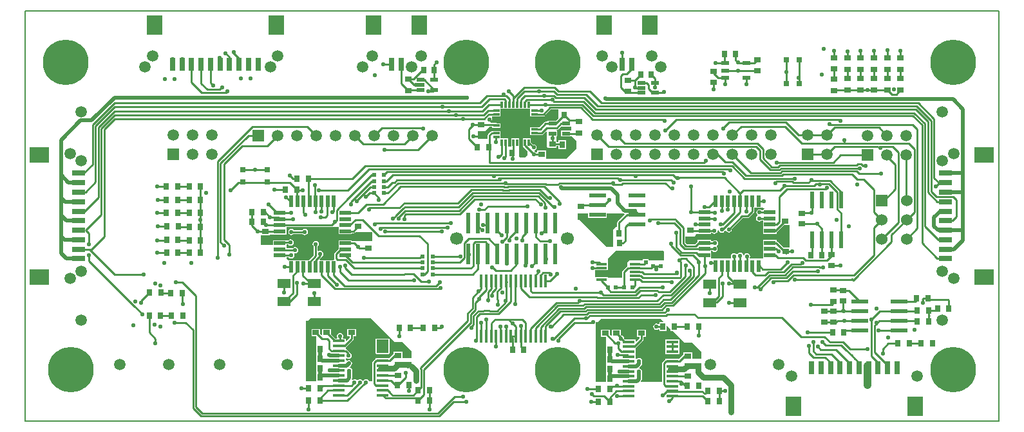
<source format=gtl>
G04*
G04 #@! TF.GenerationSoftware,Altium Limited,Altium Designer,18.1.9 (240)*
G04*
G04 Layer_Physical_Order=1*
G04 Layer_Color=255*
%FSLAX44Y44*%
%MOMM*%
G71*
G01*
G75*
%ADD12C,0.2540*%
%ADD13C,0.2000*%
%ADD17R,3.1496X3.1496*%
%ADD18R,0.3048X0.8128*%
%ADD19R,0.8128X0.3048*%
%ADD20R,2.2000X0.6000*%
%ADD21R,0.6000X2.2000*%
%ADD22R,1.8000X1.2000*%
%ADD23R,1.8000X0.7000*%
%ADD24R,2.6000X2.0000*%
%ADD25R,0.7000X1.8000*%
%ADD26R,2.0000X2.6000*%
%ADD27R,0.7500X0.7000*%
%ADD28R,0.7000X0.7500*%
%ADD29R,0.7000X0.9000*%
%ADD30R,0.9000X0.7000*%
%ADD31R,0.8000X0.9000*%
%ADD32R,1.0000X0.4700*%
%ADD33R,1.1000X0.6000*%
%ADD34R,0.9000X0.8000*%
%ADD35R,0.5500X0.6000*%
%ADD36R,0.5000X0.6000*%
%ADD37R,1.5000X0.5500*%
%ADD38R,0.5500X1.5000*%
%ADD39R,0.5080X2.7940*%
%ADD40R,0.4318X1.6510*%
%ADD41R,0.6000X0.6000*%
%ADD42R,1.4500X0.3000*%
%ADD43R,1.5700X0.4100*%
%ADD44R,2.0250X2.6800*%
%ADD80C,0.5000*%
%ADD81C,1.0000*%
%ADD82C,0.7500*%
%ADD83C,1.5240*%
%ADD84R,1.5240X1.5240*%
%ADD85C,1.5000*%
%ADD86R,1.5000X1.5000*%
%ADD87C,1.7000*%
%ADD88C,0.5588*%
%ADD89C,6.0000*%
G36*
X663950Y401307D02*
X669288D01*
X669538Y401257D01*
X681148D01*
X682139Y401455D01*
X682979Y402016D01*
X691111Y410147D01*
X700999D01*
Y398662D01*
X697457Y395120D01*
X686730D01*
Y394090D01*
X684465D01*
X683474Y393893D01*
X682634Y393332D01*
X675927Y386625D01*
X674618D01*
Y386829D01*
X663950D01*
Y376415D01*
X674618D01*
Y376619D01*
X679209D01*
X680200Y376816D01*
X681040Y377378D01*
X684827Y381164D01*
X686000Y380678D01*
Y360960D01*
X687230Y359730D01*
X698770D01*
Y362410D01*
X700780D01*
Y358231D01*
X711320D01*
Y369771D01*
X700780D01*
Y367590D01*
X698770D01*
Y374880D01*
X699270D01*
Y382120D01*
X698770D01*
Y383410D01*
X699001D01*
X699992Y383607D01*
X700832Y384169D01*
X703810Y387147D01*
X704730Y387880D01*
Y387880D01*
X704730Y387880D01*
X717270D01*
X717712Y387438D01*
Y383207D01*
X717270Y382120D01*
X704730D01*
Y374880D01*
X717270D01*
Y374880D01*
X718540Y375230D01*
X724385Y369385D01*
Y358770D01*
X710759Y345144D01*
X685797Y345144D01*
X684770Y345730D01*
Y356270D01*
X673230D01*
Y353590D01*
X671658D01*
X671431Y353930D01*
X671091Y354157D01*
X670248Y355000D01*
X669766D01*
X669641Y356270D01*
X670081Y356357D01*
X671425Y357256D01*
X672324Y358600D01*
X672639Y360186D01*
X672324Y361771D01*
X671425Y363116D01*
X670081Y364014D01*
X668495Y364329D01*
X668094Y364249D01*
X664712Y367632D01*
Y372097D01*
X654044D01*
Y361429D01*
X654608D01*
X655007Y360832D01*
X659894Y355945D01*
X660591Y355000D01*
X660591D01*
X660591Y355000D01*
Y350000D01*
X657300Y346709D01*
X651291D01*
X649726Y348274D01*
Y361429D01*
Y372097D01*
X639058D01*
Y361429D01*
X634740D01*
Y372097D01*
X624834D01*
Y382003D01*
X614166D01*
Y381799D01*
X613753D01*
X612761Y381602D01*
X611921Y381040D01*
X608941Y378060D01*
X608379Y377219D01*
X608182Y376228D01*
Y371540D01*
X595000D01*
Y381748D01*
X604628D01*
X610289Y387410D01*
X614166D01*
Y386321D01*
X624834D01*
Y391909D01*
X620330D01*
X619607Y392392D01*
X618616Y392589D01*
X614166D01*
Y401307D01*
X624834D01*
Y411106D01*
X663950D01*
Y401307D01*
D02*
G37*
G36*
X412021Y245980D02*
X429561D01*
Y247410D01*
X431352D01*
X432343Y247607D01*
X433183Y248168D01*
X434015Y249000D01*
X456000D01*
Y236589D01*
X429561D01*
Y238020D01*
X412021D01*
Y226734D01*
X407169Y221882D01*
X406607Y221042D01*
X406410Y220051D01*
Y214000D01*
X406601Y213040D01*
X406607Y213008D01*
X405908Y211770D01*
X387429D01*
X386943Y212943D01*
X389831Y215832D01*
X390393Y216672D01*
X390402Y216717D01*
X390930Y217070D01*
X391828Y218414D01*
X392144Y220000D01*
X391828Y221586D01*
X390930Y222930D01*
X389586Y223828D01*
X388000Y224144D01*
X386414Y223828D01*
X385860Y223458D01*
X384590Y224137D01*
Y229843D01*
X384930Y230070D01*
X385828Y231414D01*
X386144Y233000D01*
X385828Y234586D01*
X384930Y235930D01*
X383586Y236828D01*
X382000Y237144D01*
X380414Y236828D01*
X379070Y235930D01*
X378172Y234586D01*
X377856Y233000D01*
X378172Y231414D01*
X379070Y230070D01*
X379410Y229843D01*
Y218124D01*
X373056Y211770D01*
X345771D01*
X343561Y213980D01*
Y215410D01*
X346537D01*
X346764Y215070D01*
X348108Y214172D01*
X349694Y213856D01*
X351280Y214172D01*
X352624Y215070D01*
X353522Y216414D01*
X353838Y218000D01*
X353522Y219585D01*
X353314Y219897D01*
X354078Y221040D01*
X355000Y220856D01*
X356586Y221172D01*
X357930Y222070D01*
X358828Y223414D01*
X359144Y225000D01*
X358828Y226586D01*
X357930Y227930D01*
X356586Y228828D01*
X355000Y229144D01*
X353414Y228828D01*
X352070Y227930D01*
X351843Y227590D01*
X343561D01*
Y232410D01*
X345843D01*
X346070Y232070D01*
X347414Y231172D01*
X349000Y230856D01*
X350586Y231172D01*
X351930Y232070D01*
X352828Y233414D01*
X353144Y235000D01*
X352828Y236586D01*
X351930Y237930D01*
X350586Y238828D01*
X349000Y239144D01*
X347414Y238828D01*
X346070Y237930D01*
X345843Y237590D01*
X343561D01*
Y238020D01*
X326021D01*
Y231750D01*
X310000D01*
Y243204D01*
X310230Y244378D01*
X321770D01*
Y245000D01*
X343791D01*
Y255410D01*
X403000D01*
X403991Y255607D01*
X404204Y255749D01*
X412021D01*
Y245980D01*
D02*
G37*
G36*
X486057Y103943D02*
X496369D01*
X508000Y92312D01*
Y82744D01*
X495770D01*
Y91329D01*
X484230D01*
Y88057D01*
X483980Y87890D01*
X478721Y82632D01*
X460852D01*
Y81778D01*
X460481Y81704D01*
X460481Y81704D01*
X460481Y81704D01*
X460091Y81444D01*
X459641Y81143D01*
X457140Y78643D01*
X457140Y78643D01*
X457140Y78643D01*
X456880Y78253D01*
X456579Y77803D01*
X456579Y77803D01*
X456579Y77803D01*
X456480Y77305D01*
X456382Y76812D01*
X456382Y76812D01*
X456382Y76812D01*
Y52252D01*
X451894D01*
X451828Y52586D01*
X450930Y53930D01*
X449586Y54828D01*
X448000Y55144D01*
X446414Y54828D01*
X445070Y53930D01*
X444764Y53472D01*
X443236D01*
X442930Y53930D01*
X441586Y54828D01*
X440000Y55144D01*
X438414Y54828D01*
X437338Y54109D01*
X436500Y54002D01*
X435662Y54109D01*
X434586Y54828D01*
X433000Y55144D01*
X431414Y54828D01*
X430657Y54322D01*
X429627Y55162D01*
X429844Y56250D01*
X429844Y56251D01*
Y64493D01*
X430144Y66000D01*
X429828Y67586D01*
X428930Y68930D01*
X427586Y69828D01*
X426938Y69957D01*
X426521Y71335D01*
X427402Y72216D01*
X428680Y73070D01*
X429578Y74414D01*
X429893Y76000D01*
X429578Y77586D01*
X428680Y78930D01*
X427335Y79828D01*
X425750Y80143D01*
X424164Y79828D01*
X423899Y79651D01*
X423396Y79551D01*
X422962Y79261D01*
X421692Y79939D01*
Y81795D01*
X422962Y82474D01*
X423414Y82172D01*
X425000Y81856D01*
X426586Y82172D01*
X427930Y83070D01*
X428828Y84414D01*
X429144Y86000D01*
X428828Y87586D01*
X427930Y88930D01*
X427453Y89249D01*
X427393Y89552D01*
X426831Y90392D01*
X423081Y94143D01*
X422240Y94704D01*
X421692Y94813D01*
Y97277D01*
X430831Y106416D01*
X431393Y107257D01*
X431590Y108248D01*
Y111789D01*
X434770D01*
Y121329D01*
X423230D01*
Y111789D01*
X426410D01*
Y109320D01*
X422865Y105775D01*
X421692Y106261D01*
Y108631D01*
X418164D01*
X417486Y109901D01*
X417828Y110414D01*
X418144Y112000D01*
X417828Y113586D01*
X416930Y114930D01*
X415586Y115828D01*
X414000Y116144D01*
X412414Y115828D01*
X411070Y114930D01*
X410172Y113586D01*
X409856Y112000D01*
X410172Y110414D01*
X410514Y109901D01*
X409836Y108631D01*
X407590D01*
X401770Y114452D01*
Y121329D01*
X390230D01*
Y113595D01*
X389057Y113109D01*
X387714Y114452D01*
Y121329D01*
X376174D01*
Y111789D01*
X383052D01*
Y100829D01*
X382730D01*
Y89289D01*
X383052D01*
Y87829D01*
X382730D01*
Y76601D01*
X382730Y76289D01*
X382730Y76289D01*
Y75331D01*
X382730D01*
X382730Y75019D01*
Y64099D01*
X382730Y63791D01*
X382730Y63791D01*
Y62829D01*
X382730D01*
X382730Y62522D01*
Y52252D01*
X369350D01*
X368955Y53207D01*
Y131513D01*
X371547D01*
X375525Y135491D01*
X454509D01*
X486057Y103943D01*
D02*
G37*
G36*
X971634Y279900D02*
X971323Y278668D01*
X970156D01*
Y277238D01*
X968509D01*
X968282Y277578D01*
X966937Y278476D01*
X965352Y278792D01*
X963766Y278476D01*
X962422Y277578D01*
X961524Y276234D01*
X961208Y274648D01*
X961524Y273062D01*
X962422Y271718D01*
X962704Y271529D01*
Y270002D01*
X962070Y269578D01*
X961172Y268234D01*
X960856Y266648D01*
X961172Y265063D01*
X962070Y263718D01*
X963414Y262820D01*
X965000Y262505D01*
X966586Y262820D01*
X967930Y263718D01*
X968157Y264058D01*
X970156D01*
Y254628D01*
Y246628D01*
X987696D01*
Y248420D01*
X988289Y248817D01*
X997393Y257920D01*
X1004770D01*
X1005000Y256745D01*
Y228270D01*
X997392D01*
X989183Y236479D01*
X988343Y237041D01*
X987696Y237170D01*
Y238668D01*
X970156D01*
Y230628D01*
Y222628D01*
Y214628D01*
X969146Y214000D01*
X953330D01*
X952731Y215120D01*
X952828Y215265D01*
X953144Y216851D01*
X952828Y218437D01*
X951930Y219781D01*
X950586Y220679D01*
X949000Y220995D01*
X947414Y220679D01*
X946070Y219781D01*
X945297Y218624D01*
X944534Y218608D01*
X943975Y218758D01*
X943848Y219396D01*
X942950Y220740D01*
X941606Y221639D01*
X940020Y221954D01*
X938435Y221639D01*
X937090Y220740D01*
X936503Y219862D01*
X935143Y219739D01*
X935034Y219775D01*
X934931Y219929D01*
X933587Y220827D01*
X932001Y221143D01*
X930415Y220827D01*
X929071Y219929D01*
X928173Y218585D01*
X927857Y216999D01*
X928173Y215413D01*
X928269Y215270D01*
X927590Y214000D01*
X902706D01*
X901696Y214628D01*
Y224058D01*
X903194D01*
X903422Y223718D01*
X904766Y222820D01*
X906352Y222505D01*
X907937Y222820D01*
X909282Y223718D01*
X910180Y225063D01*
X910495Y226648D01*
X910180Y228234D01*
X909282Y229578D01*
X909632Y230871D01*
X909930Y231070D01*
X910828Y232414D01*
X911144Y234000D01*
X910828Y235586D01*
X909930Y236930D01*
X908586Y237828D01*
X907000Y238144D01*
X905414Y237828D01*
X904531Y237238D01*
X901696D01*
Y238668D01*
X884156D01*
Y236706D01*
X883817Y236479D01*
X880386Y233048D01*
X869860D01*
X869417Y233491D01*
X869129Y233922D01*
X867734Y235317D01*
Y236735D01*
X868027Y242641D01*
X881003Y242648D01*
Y245730D01*
X881901Y246628D01*
X901696D01*
Y248058D01*
X902974D01*
X903202Y247718D01*
X904546Y246820D01*
X906132Y246505D01*
X907718Y246820D01*
X909062Y247718D01*
X909960Y249062D01*
X910275Y250648D01*
X910720Y251201D01*
X912035Y251104D01*
X912172Y250414D01*
X913070Y249070D01*
X914414Y248172D01*
X916000Y247856D01*
X917586Y248172D01*
X918930Y249070D01*
X919828Y250414D01*
X919897Y250758D01*
X920996Y250844D01*
X921191Y250814D01*
X921213Y250797D01*
X922070Y249513D01*
X923414Y248615D01*
X925000Y248300D01*
X926586Y248615D01*
X927930Y249513D01*
X928828Y250858D01*
X929144Y252443D01*
X929064Y252845D01*
X943629Y267410D01*
X950000D01*
X950991Y267607D01*
X951831Y268169D01*
X957757Y274094D01*
X958318Y274934D01*
X958515Y275925D01*
Y280878D01*
X967945D01*
Y281000D01*
X969590D01*
X971634Y279900D01*
D02*
G37*
G36*
X787809Y271976D02*
X779168Y263335D01*
X778607Y262495D01*
X778410Y261504D01*
Y255648D01*
X776559D01*
X772911Y252000D01*
X773024Y251887D01*
Y228953D01*
X764355D01*
X728246Y265063D01*
X726688D01*
Y273080D01*
X727090Y273246D01*
X740143D01*
Y267454D01*
X764683D01*
Y273246D01*
X787283D01*
X787809Y271976D01*
D02*
G37*
G36*
X839500Y223320D02*
Y211320D01*
X819770D01*
Y213090D01*
X812230D01*
Y211320D01*
X794000D01*
X791500Y208820D01*
Y203539D01*
X791337Y203430D01*
X790919Y203151D01*
X785669Y197901D01*
Y197901D01*
X785669Y197901D01*
X785333Y197399D01*
X785108Y197061D01*
X785107Y197061D01*
X785107Y197061D01*
X785008Y196563D01*
X784910Y196070D01*
Y196070D01*
Y196070D01*
Y188820D01*
X766020D01*
Y189090D01*
X749000D01*
Y198550D01*
X766020D01*
Y198820D01*
X766250D01*
Y213570D01*
X776500Y223820D01*
X839000D01*
X839500Y223320D01*
D02*
G37*
G36*
X838723Y131090D02*
X838237Y129917D01*
X833730D01*
Y127992D01*
X832460Y127391D01*
X831586Y127975D01*
X830000Y128291D01*
X828414Y127975D01*
X827070Y127077D01*
X826172Y125733D01*
X825856Y124147D01*
X826172Y122561D01*
X827070Y121217D01*
X828414Y120319D01*
X830000Y120003D01*
X831586Y120319D01*
X832460Y120903D01*
X833730Y120302D01*
Y118377D01*
X843270D01*
Y124884D01*
X844443Y125370D01*
X848730Y121083D01*
Y118377D01*
X851436D01*
X867057Y102756D01*
X877369D01*
X889000Y91125D01*
Y81557D01*
X876770D01*
Y90270D01*
X865230D01*
Y86998D01*
X864980Y86831D01*
X859721Y81572D01*
X841852D01*
Y80719D01*
X841481Y80645D01*
X841481Y80645D01*
X841481Y80645D01*
X841091Y80384D01*
X840641Y80084D01*
X838140Y77584D01*
X838140Y77584D01*
X838140Y77584D01*
X837880Y77194D01*
X837579Y76744D01*
X837579Y76744D01*
X837579Y76743D01*
X837480Y76245D01*
X837382Y75753D01*
X837382Y75753D01*
X837382Y75753D01*
Y51065D01*
X809970Y51066D01*
X809484Y52239D01*
X809718Y52473D01*
X809718Y52473D01*
X810551Y53720D01*
X810844Y55191D01*
X810844Y55191D01*
Y63434D01*
X811144Y64941D01*
X810828Y66527D01*
X809930Y67871D01*
X808586Y68769D01*
X807939Y68898D01*
X807521Y70276D01*
X809718Y72473D01*
X809718Y72473D01*
X809718Y72473D01*
X810199Y73192D01*
X810551Y73720D01*
X810551Y73720D01*
X810551Y73720D01*
X810692Y74424D01*
X810844Y75191D01*
X810844Y75191D01*
X810844Y75191D01*
Y77493D01*
X811144Y79000D01*
X810828Y80586D01*
X809930Y81930D01*
X808586Y82828D01*
X807000Y83144D01*
X805415Y82828D01*
X804070Y81930D01*
X803962Y81768D01*
X802692Y82153D01*
Y87933D01*
Y96218D01*
X811831Y105357D01*
X812393Y106198D01*
X812590Y107189D01*
Y110730D01*
X815770D01*
Y120270D01*
X804230D01*
Y110730D01*
X807410D01*
Y108261D01*
X803865Y104716D01*
X802692Y105202D01*
Y107572D01*
X788590D01*
X787639Y108524D01*
X787328Y110086D01*
X786430Y111430D01*
X785085Y112329D01*
X783524Y112639D01*
X782770Y113393D01*
Y120270D01*
X771230D01*
Y112536D01*
X770057Y112050D01*
X768714Y113393D01*
Y120271D01*
X757174D01*
Y110731D01*
X762835D01*
X764052Y110602D01*
Y99770D01*
X763730D01*
Y88230D01*
X764052D01*
Y86771D01*
X763730D01*
Y75542D01*
X763730Y75231D01*
X763730Y75231D01*
Y74272D01*
X763730D01*
X763730Y73961D01*
Y63040D01*
X763730Y62732D01*
X763730Y62732D01*
Y61770D01*
X763730D01*
X763730Y61462D01*
Y51066D01*
X750350D01*
X749955Y52020D01*
Y128517D01*
X750221Y128915D01*
X750502Y130326D01*
X752547D01*
X756525Y134304D01*
X835509D01*
X838723Y131090D01*
D02*
G37*
%LPC*%
G36*
X367485Y253144D02*
X365899Y252828D01*
X364555Y251930D01*
X364327Y251590D01*
X353157D01*
X352930Y251930D01*
X351586Y252828D01*
X350000Y253144D01*
X348414Y252828D01*
X347070Y251930D01*
X346172Y250586D01*
X345856Y249000D01*
X346172Y247414D01*
X347070Y246070D01*
X348414Y245172D01*
X350000Y244856D01*
X351586Y245172D01*
X352930Y246070D01*
X353157Y246410D01*
X364327D01*
X364555Y246070D01*
X365899Y245172D01*
X367485Y244856D01*
X369070Y245172D01*
X370415Y246070D01*
X371313Y247414D01*
X371628Y249000D01*
X371313Y250586D01*
X370415Y251930D01*
X369070Y252828D01*
X367485Y253144D01*
D02*
G37*
G36*
X479092Y108631D02*
X460852D01*
Y101992D01*
Y95492D01*
Y88992D01*
X461229D01*
X461499Y88339D01*
X462472Y87937D01*
X477472D01*
X478444Y88339D01*
X478714Y88992D01*
X479092D01*
Y95492D01*
Y101992D01*
Y108631D01*
D02*
G37*
%LPD*%
G36*
X477472Y89311D02*
X462472D01*
Y106811D01*
X477472D01*
Y89311D01*
D02*
G37*
%LPC*%
G36*
X860092Y107572D02*
X841852D01*
Y100932D01*
Y94432D01*
Y87933D01*
X860092D01*
Y94432D01*
Y100932D01*
Y107572D01*
D02*
G37*
%LPD*%
D12*
X779337Y86663D02*
X791662D01*
X779000Y87000D02*
X779337Y86663D01*
X791662D02*
X793572Y84753D01*
X1179460Y159460D02*
X1179998Y158922D01*
Y156000D02*
Y158922D01*
X1179460Y159460D02*
X1181193Y161194D01*
X1060294Y204500D02*
X1071500D01*
X1115972Y435798D02*
X1133473D01*
X1107000D02*
X1115972D01*
X1133473D02*
X1139270Y430000D01*
X1145175D01*
X1150972Y435798D01*
X347775Y323000D02*
X351775Y319000D01*
X357275D01*
X693000Y372000D02*
Y378500D01*
Y365000D02*
Y372000D01*
X693000Y365000D02*
X693000Y365000D01*
X644392Y391655D02*
Y395553D01*
X521963Y385918D02*
X522882Y385000D01*
X84000Y210457D02*
Y218000D01*
Y210457D02*
X142791Y151666D01*
X143334D02*
X154000Y141000D01*
X142791Y151666D02*
X143334D01*
X771597Y313237D02*
X773000D01*
X771500Y313334D02*
X771597Y313237D01*
X549000Y413653D02*
X600354D01*
X117489D02*
X549000D01*
X92380Y388545D02*
X117489Y413653D01*
X559529Y402985D02*
X566000D01*
X559209Y402666D02*
X559529Y402985D01*
X100000Y385388D02*
X117278Y402666D01*
X559209D01*
X1118998Y127998D02*
X1122513Y131513D01*
X1172029D02*
X1172772Y130770D01*
X1149272Y131513D02*
X1172029D01*
X1063000Y478500D02*
Y487322D01*
X636634Y304940D02*
X676380D01*
X635788Y304093D02*
X636634Y304940D01*
X628213Y304093D02*
X635788D01*
X627366Y304940D02*
X628213Y304093D01*
X586690Y304940D02*
X627366D01*
X635056Y308750D02*
X682521D01*
X634209Y307903D02*
X635056Y308750D01*
X629791Y307903D02*
X634209D01*
X628944Y308750D02*
X629791Y307903D01*
X493924Y308750D02*
X628944D01*
X616000Y324144D02*
X803000D01*
X475500Y328000D02*
X916591D01*
X452000Y332000D02*
X925201D01*
X447000Y335810D02*
X929190D01*
X638790Y339810D02*
X892309D01*
X638600Y340000D02*
X638790Y339810D01*
X610850Y340000D02*
X638600D01*
X626866Y350866D02*
Y366763D01*
X623491Y347491D02*
X626866Y350866D01*
X641000Y345144D02*
Y353000D01*
X875054Y274648D02*
Y308750D01*
X610772Y339921D02*
Y376228D01*
X892309Y339810D02*
X895000Y342501D01*
X610772Y339921D02*
X610850Y340000D01*
X1032320Y316334D02*
X1057940D01*
X772512Y311810D02*
X784353D01*
X490237Y313237D02*
X632000D01*
X1039668Y312334D02*
X1046334D01*
X803000Y324144D02*
X851313D01*
X855077Y320380D02*
X919471D01*
X483144Y324144D02*
X616000D01*
X987655Y340548D02*
X1062548D01*
X987655Y339945D02*
Y340548D01*
X929537Y340851D02*
X947207Y323181D01*
X930000Y350891D02*
X953901Y326991D01*
X966190Y344422D02*
X979811Y330801D01*
X970000Y346000D02*
X981389Y334611D01*
X989864D01*
X979811Y330801D02*
X991442D01*
X953901Y326991D02*
X993021D01*
X947207Y323181D02*
X994599D01*
X993570Y332928D02*
X1096928D01*
X996418Y325000D02*
X1087000D01*
X994599Y323181D02*
X996418Y325000D01*
X995030Y329000D02*
X1093313D01*
X993021Y326991D02*
X995030Y329000D01*
X991442Y330801D02*
X993570Y332928D01*
X991992Y336738D02*
X1093195D01*
X989864Y334611D02*
X991992Y336738D01*
X1062548Y340548D02*
X1072250Y350250D01*
X1101400Y336000D02*
X1105000D01*
X1099137Y338262D02*
X1101400Y336000D01*
X1094719Y338262D02*
X1099137D01*
X1093195Y336738D02*
X1094719Y338262D01*
X1072250Y350250D02*
X1107600D01*
X849277Y317144D02*
X852421Y314000D01*
X848806Y306000D02*
X851000D01*
X841472Y313334D02*
X848806Y306000D01*
X858000Y320000D02*
X860329D01*
X477000Y300000D02*
X490237Y313237D01*
X706540Y313334D02*
X706834Y313040D01*
X702121Y313334D02*
X706540D01*
X700597Y311810D02*
X702121Y313334D01*
X684849Y311810D02*
X700597D01*
X771282Y313040D02*
X772512Y311810D01*
X706834Y313040D02*
X771282D01*
X684099Y312560D02*
X684849Y311810D01*
X632677Y312560D02*
X684099D01*
X632000Y313237D02*
X632677Y312560D01*
X154000Y140000D02*
Y141000D01*
X631946Y348000D02*
Y366763D01*
X622000Y347491D02*
X623491D01*
X596449Y278354D02*
X604020D01*
X608666Y283000D01*
X660591D01*
X591013Y292013D02*
X670987D01*
X589500Y296000D02*
X674543D01*
X588000Y300000D02*
X675931D01*
X1202000Y313750D02*
X1202000Y313750D01*
X1197000Y308750D02*
X1202000Y313750D01*
X1201000D02*
X1202000D01*
X1202000Y313750D02*
X1210000D01*
X1181193Y161194D02*
X1187082D01*
X940020Y203743D02*
Y217810D01*
X939926Y203648D02*
X940020Y203743D01*
X931926Y216924D02*
X932001Y216999D01*
X949000Y204723D02*
Y216851D01*
X947925Y203648D02*
X949000Y204723D01*
X899676Y156400D02*
X903900D01*
X912000Y188237D02*
X915926Y192162D01*
X912000Y164500D02*
Y188237D01*
X903900Y156400D02*
X912000Y164500D01*
X909400Y156400D02*
X917004Y164004D01*
Y181000D01*
X925000D02*
X932543D01*
X932772Y181229D01*
X920500Y242648D02*
X926586D01*
X933017D01*
X978926D01*
X925295Y156000D02*
X940000D01*
X900000Y168429D02*
Y180000D01*
X1000746Y444000D02*
Y460000D01*
Y476000D01*
X791220Y271724D02*
X804413D01*
X781000Y261504D02*
X791220Y271724D01*
X752413Y259024D02*
X762624D01*
Y251586D02*
Y259024D01*
Y251586D02*
X767000Y247210D01*
X340525Y169525D02*
Y181000D01*
X380525Y157000D02*
Y168429D01*
X381944Y131559D02*
X428999D01*
X372500Y106000D02*
X374904Y108404D01*
Y121111D01*
X380525Y126732D01*
X641036Y128334D02*
X645232Y124138D01*
X635370Y134000D02*
X641036Y128334D01*
X874000Y239000D02*
X877355D01*
X1072687Y144313D02*
X1075272Y146897D01*
X762944Y130501D02*
X809999D01*
X863960Y97040D02*
X871000D01*
X652012Y355988D02*
X655000Y353000D01*
X420791Y242000D02*
X451000D01*
X385000Y242000D02*
X420791D01*
X635370Y134000D02*
X653811D01*
X618000D02*
X635370D01*
X638000Y94000D02*
X641000Y97000D01*
X645232Y111540D02*
Y124138D01*
X653811Y134000D02*
X658186Y129625D01*
X843147Y39146D02*
X889682D01*
X892829Y36000D01*
X838000Y34000D02*
X843147Y39146D01*
X362000Y242000D02*
X385000D01*
X987352Y234648D02*
X1001000Y221000D01*
X874000Y253000D02*
X876352Y250648D01*
X825500Y203820D02*
X830375D01*
X538000Y449000D02*
Y469500D01*
X230500Y264501D02*
Y308750D01*
X297958Y257148D02*
Y274648D01*
X152500Y156000D02*
Y158500D01*
X163500Y169500D01*
X178500D02*
X179460Y168540D01*
X191500D01*
X206500Y155000D02*
X207500Y154000D01*
X206500Y155000D02*
Y168540D01*
X178000Y139000D02*
X192500D01*
X163000Y116500D02*
Y139000D01*
X171000Y102500D02*
Y108500D01*
X163000Y116500D02*
X171000Y108500D01*
X1056552Y312334D02*
X1067454Y301432D01*
X1057940Y316334D02*
X1072994Y301280D01*
X1052666Y305666D02*
X1054000Y307000D01*
X1046334Y312334D02*
X1056552D01*
X1067454Y278948D02*
Y301432D01*
X1072994Y291000D02*
Y301280D01*
X465000Y291250D02*
Y293500D01*
X458500Y300000D02*
X465000Y293500D01*
X470602Y285428D02*
X493924Y308750D01*
X448780Y285428D02*
X470602D01*
X437351Y274000D02*
X448780Y285428D01*
X373979Y203230D02*
X374000Y203209D01*
X433400Y375878D02*
X444278Y365000D01*
X498722D01*
X509600Y375878D01*
X516622Y357500D02*
X535000Y375878D01*
X472500Y357500D02*
X516622D01*
X458800Y375878D02*
X468840Y385918D01*
X521963D01*
X1096313Y326000D02*
X1125000D01*
X1093313Y329000D02*
X1096313Y326000D01*
X984000Y184000D02*
X1002000D01*
X1094000Y318000D02*
X1102170D01*
X1087000Y325000D02*
X1094000Y318000D01*
X1102170D02*
X1115830Y304340D01*
Y275160D02*
Y304340D01*
X988334Y315334D02*
X1008123D01*
X986000Y313000D02*
X988334Y315334D01*
X929190Y335810D02*
X945856Y319144D01*
X1029652Y313666D02*
X1032000Y316014D01*
X1037190Y309856D02*
X1039668Y312334D01*
X1009791Y313666D02*
X1029652D01*
X998144Y309856D02*
X1037190D01*
X998000Y310000D02*
X998144Y309856D01*
X1008123Y315334D02*
X1009791Y313666D01*
X945856Y319144D02*
X1011856D01*
X1012000Y319000D01*
X752200Y376291D02*
X766967Y361524D01*
X960650D01*
X966190Y355984D01*
Y344422D02*
Y355984D01*
X777600Y376291D02*
X788558Y365334D01*
X841472Y382472D02*
X856307Y397307D01*
X925000Y393144D02*
X1000144D01*
X918000Y385000D02*
Y386144D01*
X925000Y393144D01*
X788558Y365334D02*
X962228D01*
X970000Y357562D01*
Y346000D02*
Y357562D01*
X1062772Y157313D02*
X1063772Y156313D01*
X1060459Y153000D02*
X1063772Y156313D01*
X1112856Y85644D02*
Y133856D01*
Y85644D02*
X1121250Y77250D01*
X1112856Y133856D02*
X1123213Y144213D01*
X1118998Y127998D02*
Y129000D01*
X1116666Y125666D02*
X1118998Y127998D01*
X861818Y189972D02*
Y209501D01*
X860000Y211320D02*
X861818Y209501D01*
X861030Y188820D02*
X862000Y189790D01*
X811500Y188820D02*
X861030D01*
X861818Y189972D02*
X862000Y189790D01*
X856307Y194974D02*
X857461Y193820D01*
X813834D02*
X857461D01*
X856307Y194974D02*
X856484Y195152D01*
X860000Y211320D02*
X862680Y214000D01*
X868570D01*
X865144Y234245D02*
Y254696D01*
X855203Y264636D02*
X865144Y254696D01*
X855203Y264636D02*
Y265654D01*
X861334Y232812D02*
Y252692D01*
X861190Y232668D02*
X861334Y232812D01*
X865144Y234245D02*
X867298Y232091D01*
X867209Y226648D02*
X892926D01*
X861190Y232668D02*
X867209Y226648D01*
X868929Y230460D02*
X868930Y230458D01*
X868785Y230460D02*
X868929D01*
X867298Y231948D02*
X868785Y230460D01*
X867298Y231948D02*
Y232091D01*
X868930Y230458D02*
X881458D01*
X885648Y234648D01*
X892926D01*
X863000Y222000D02*
X882000D01*
X856047Y228953D02*
X863000Y222000D01*
X856047Y228953D02*
Y232953D01*
X861461Y218000D02*
X878320D01*
X848806Y230655D02*
X861461Y218000D01*
X848806Y230655D02*
Y233330D01*
X853706Y260320D02*
X861334Y252692D01*
X832000Y260320D02*
X853706D01*
X822654Y265654D02*
X855203D01*
X856000Y233000D02*
X856047Y232953D01*
X856000Y233000D02*
Y247698D01*
X882000Y222000D02*
X885352Y218648D01*
X878320Y218000D02*
X886000Y210320D01*
X879190Y200266D02*
Y203380D01*
X868570Y214000D02*
X879190Y203380D01*
X868144Y206515D02*
X868856Y205803D01*
X868144Y190546D02*
Y206515D01*
X821000Y264000D02*
X822654Y265654D01*
X1084328Y95059D02*
X1107000D01*
X998650Y388000D02*
X1020000Y366651D01*
X941709Y388000D02*
X998650D01*
X930000Y376291D02*
X941709Y388000D01*
X1000144Y393144D02*
X1016888Y376400D01*
X1029000D01*
X1054400D01*
X1064409Y386409D01*
X1122242D01*
X1133000Y375650D01*
X1020889Y365761D02*
X1066412D01*
X1020000Y366651D02*
X1020889Y365761D01*
X1066839Y365334D02*
X1076500D01*
X1066412Y365761D02*
X1066839Y365334D01*
X920495Y340851D02*
X929537D01*
X910455Y350891D02*
X920495Y340851D01*
X782144Y317144D02*
X800761D01*
X781722D02*
X782144D01*
X785877Y313334D02*
X799183D01*
X784353Y311810D02*
X785877Y313334D01*
X799213Y313305D02*
X806788D01*
X799183Y313334D02*
X799213Y313305D01*
X803000Y322449D02*
Y324144D01*
X805239Y317144D02*
X849277D01*
X805210Y317115D02*
X805239Y317144D01*
X800791Y317115D02*
X805210D01*
X800761Y317144D02*
X800791Y317115D01*
X806817Y313334D02*
X841472D01*
X806788Y313305D02*
X806817Y313334D01*
X779248Y319617D02*
X781722Y317144D01*
X776000Y319617D02*
X779248D01*
X624500Y320000D02*
X776000Y319617D01*
X851313Y324144D02*
X855077Y320380D01*
X471500Y324000D02*
X475500Y328000D01*
X916591D02*
X918592Y326000D01*
X424000Y304000D02*
X452000Y332000D01*
X925201D02*
X927000Y330201D01*
X430190Y319000D02*
X447000Y335810D01*
X729000Y157955D02*
X729095Y158050D01*
X830926D01*
X839002Y166126D01*
X849337D01*
X810000Y166000D02*
X829000D01*
X802976Y166190D02*
X808120Y171334D01*
X831209D01*
X832607Y169936D02*
X847534D01*
X831209Y171334D02*
X832607Y169936D01*
X806000Y162000D02*
X810000Y166000D01*
X753000Y162000D02*
X806000D01*
X751340Y163659D02*
X753000Y162000D01*
X662555Y163659D02*
X751340D01*
X735877Y154240D02*
X833875D01*
X733471Y151833D02*
X735877Y154240D01*
X833875D02*
X839243Y159607D01*
X835453Y150430D02*
X840821Y155797D01*
X737456Y150430D02*
X835453D01*
X735049Y148023D02*
X737456Y150430D01*
X739034Y146620D02*
X837032D01*
X736627Y144213D02*
X739034Y146620D01*
X837032D02*
X842399Y151987D01*
X760998Y32752D02*
X768500Y25250D01*
X691350Y123797D02*
X707887Y140334D01*
X840765Y142810D02*
X844608Y146653D01*
X740612Y142810D02*
X840765D01*
X738136Y140334D02*
X740612Y142810D01*
X707887Y140334D02*
X738136D01*
X738190Y135000D02*
X742190Y139000D01*
X842343D01*
X843900Y140557D01*
X760031Y166190D02*
X802976D01*
X757006Y169215D02*
X760031Y166190D01*
X662552Y163657D02*
X662555Y163659D01*
X667064Y169000D02*
X756506D01*
X666890Y168826D02*
X667064Y169000D01*
X664790Y170926D02*
X666890Y168826D01*
X726688Y155643D02*
X729000Y157955D01*
X700366Y151833D02*
X733471D01*
X701945Y148023D02*
X735049D01*
X703523Y144213D02*
X736627D01*
X698788Y155643D02*
X726688D01*
X664790Y121645D02*
X698788Y155643D01*
X849337Y166126D02*
X874337Y191126D01*
X756506Y169000D02*
X757006Y169500D01*
Y169215D02*
Y169500D01*
X671140Y122607D02*
X700366Y151833D01*
X677744Y123823D02*
X701945Y148023D01*
X684094Y124784D02*
X703523Y144213D01*
X898770Y281996D02*
X907174Y290400D01*
X801398Y170000D02*
X807398Y176000D01*
X770000Y170000D02*
X801398D01*
X766125Y173875D02*
X770000Y170000D01*
X847534Y169936D02*
X868144Y190546D01*
X807398Y176000D02*
X838522D01*
X651582Y174627D02*
X662552Y163657D01*
X651582Y174627D02*
Y184184D01*
X913749Y259249D02*
X917249D01*
X811112Y183820D02*
X851058D01*
X850000Y182465D02*
Y182762D01*
X851058Y183820D01*
X809000Y191320D02*
X811500Y188820D01*
X801500Y191320D02*
X809000D01*
X868856Y205000D02*
Y205803D01*
X925000Y252443D02*
X942557Y270000D01*
X950000D01*
X955925Y275925D01*
Y289648D01*
X511608Y442500D02*
X514000D01*
X520000D01*
X538000Y469500D02*
X541000Y472500D01*
X328000Y305000D02*
X342200D01*
X297958Y257148D02*
X305458Y249648D01*
X744262Y25514D02*
X753500D01*
X753500Y81001D02*
Y94000D01*
Y68502D02*
Y81001D01*
Y56000D02*
Y68502D01*
X819000Y91000D02*
Y130000D01*
X818500Y130500D02*
X819000Y130000D01*
X810000Y130500D02*
X818500D01*
X809999Y130501D02*
X810000Y130500D01*
X744417Y201320D02*
X757500D01*
X700906Y108094D02*
X722477Y129666D01*
X745558D01*
X721812Y135000D02*
X737000D01*
X694000Y107189D02*
X721812Y135000D01*
X220834Y16778D02*
X231422Y6190D01*
X224644Y18356D02*
X233000Y10000D01*
X196000Y129500D02*
X211000D01*
X220834Y119666D01*
Y16778D02*
Y119666D01*
X231422Y6190D02*
X544578D01*
X206243Y183000D02*
X224644Y164599D01*
Y18356D02*
Y164599D01*
X198000Y183000D02*
X206243D01*
X563388Y25000D02*
X579999D01*
X544578Y6190D02*
X563388Y25000D01*
X233000Y10000D02*
X543000D01*
X565000Y32000D01*
X575999D01*
X700906Y105406D02*
Y108094D01*
X692999Y108000D02*
X693189D01*
X694000Y107189D01*
X745558Y129666D02*
X746393Y130501D01*
X744835Y201737D02*
X746000D01*
X744417Y201320D02*
X744835Y201737D01*
X879914Y140557D02*
X884471Y136000D01*
X995000D02*
X1020000Y111000D01*
X1050919D01*
X1058109Y103810D02*
X1075577D01*
X884471Y136000D02*
X995000D01*
X843900Y140557D02*
X879914D01*
X1075577Y103810D02*
X1084328Y95059D01*
X1050919Y111000D02*
X1058109Y103810D01*
X754487Y209334D02*
X757500Y206320D01*
X746000Y209334D02*
X754487D01*
X737000Y135000D02*
X738190D01*
X1116666Y90676D02*
X1133750Y73592D01*
X1116666Y90676D02*
Y125666D01*
X1134478Y102000D02*
X1147500D01*
X1127334Y94856D02*
X1134478Y102000D01*
X1127334Y89000D02*
Y94856D01*
X1162500Y102000D02*
X1162500Y102000D01*
X1177500D01*
X1123213Y144213D02*
X1149272D01*
X1188815Y159460D02*
X1213192D01*
X1187082Y161194D02*
X1188815Y159460D01*
X1213192D02*
X1214000Y158652D01*
X644000Y154000D02*
Y182952D01*
X830375Y203820D02*
X835250D01*
X830000Y200000D02*
X830375Y200375D01*
Y203820D01*
X823000Y201320D02*
X825500Y203820D01*
X801500Y201320D02*
X823000D01*
X892926Y250648D02*
X906132D01*
X876352D02*
X892926D01*
X881352Y258648D02*
X892926D01*
X685000Y213000D02*
Y219130D01*
X684450Y219680D02*
X685000Y219130D01*
X1076000Y144313D02*
X1097172D01*
X1067772Y131513D02*
X1077000D01*
X1097272D01*
X1082442Y171743D02*
X1097272Y156913D01*
X1075272Y171743D02*
X1082442D01*
X1062772Y157313D02*
X1063793Y158334D01*
X593430Y106000D02*
Y137076D01*
X524100Y34600D02*
Y67643D01*
X584791Y128334D01*
X585334D02*
X585810Y128810D01*
X584791Y128334D02*
X585334D01*
X587000Y123000D02*
Y124612D01*
X632278Y181572D02*
X633584Y182878D01*
X632334Y158000D02*
Y171209D01*
X669284Y409181D02*
X678819D01*
X681148Y403847D02*
X690038Y412737D01*
X669538Y403847D02*
X681148D01*
X669284Y404101D02*
X669538Y403847D01*
X661918Y416547D02*
X732453D01*
X690038Y412737D02*
X730716D01*
X693000Y423151D02*
X695151Y421000D01*
X659342Y423151D02*
X693000D01*
X699083Y430000D02*
X737500D01*
X695264Y433819D02*
X699083Y430000D01*
X697694Y426000D02*
X734453D01*
X695209Y428485D02*
X697694Y426000D01*
X682000Y428485D02*
X695209D01*
X657323D02*
X682000D01*
X656207Y433819D02*
X695264D01*
X656334Y439334D02*
X695666D01*
X599766Y111540D02*
Y130734D01*
X606000Y134000D02*
Y135375D01*
X606116Y135491D01*
X599000Y129000D02*
Y129968D01*
X599766Y130734D01*
X606116Y111540D02*
Y135491D01*
X610557Y145000D02*
X620353D01*
X610413Y145144D02*
X610557Y145000D01*
X602838Y145144D02*
X610413D01*
X602694Y145000D02*
X602838Y145144D01*
X595620Y145000D02*
X602694D01*
X609169Y141000D02*
X622674D01*
X608834Y141334D02*
X609169Y141000D01*
X604416Y141334D02*
X608834D01*
X604082Y141000D02*
X604416Y141334D01*
X597355Y141000D02*
X604082D01*
X592999Y106000D02*
X593430D01*
Y137076D02*
X597355Y141000D01*
X595620Y144654D02*
Y145000D01*
X589620Y138654D02*
X595620Y144654D01*
X589620Y127232D02*
Y138654D01*
X587000Y124612D02*
X589620Y127232D01*
X585810Y128810D02*
Y140232D01*
X592000Y150000D02*
Y156001D01*
X591810Y149810D02*
X592000Y150000D01*
X591810Y146232D02*
Y149810D01*
X585810Y140232D02*
X591810Y146232D01*
X588000Y147810D02*
Y162209D01*
X582000Y141810D02*
X588000Y147810D01*
X582000Y132059D02*
Y141810D01*
X520190Y70249D02*
X582000Y132059D01*
X613959Y129959D02*
X618000Y134000D01*
X613959Y129791D02*
Y129959D01*
X612665Y128496D02*
X613959Y129791D01*
X612665Y111595D02*
Y128496D01*
X413999Y195999D02*
X424998Y185000D01*
X511000D01*
X510625Y193334D02*
X520474Y183485D01*
X498791Y193334D02*
X510625D01*
X520474Y183485D02*
X531000D01*
X419650Y178000D02*
X540000D01*
X407519Y174000D02*
X545000D01*
X405791Y191859D02*
X419650Y178000D01*
X540000D02*
X545000Y183000D01*
X389791Y191728D02*
X407519Y174000D01*
X545000D02*
X546000Y175000D01*
X525000Y193000D02*
X529000Y197000D01*
X522500Y193000D02*
X525000D01*
X522058Y462000D02*
X524000D01*
X510166Y450107D02*
X522058Y462000D01*
X504000Y450107D02*
X510166D01*
X504000D02*
X511608Y442500D01*
X494500Y444608D02*
X504000Y435108D01*
X535999Y433999D02*
X538000Y436000D01*
X529999Y433999D02*
X535999D01*
X471000Y470000D02*
X482000D01*
X494500Y444608D02*
Y470000D01*
X506791Y436000D02*
X520000D01*
X538000D02*
Y436000D01*
X525000Y449000D02*
X538000Y436000D01*
X520000Y449000D02*
X525000D01*
X612805Y394195D02*
X619500D01*
X610000Y397000D02*
X612805Y394195D01*
X583000Y371686D02*
X594500Y360186D01*
X583000Y371686D02*
Y384000D01*
X588000Y389000D01*
Y390000D01*
X589000Y375000D02*
X598251D01*
X588000Y390000D02*
X599251D01*
X609998D02*
X609999Y389999D01*
X599251Y390000D02*
X609998D01*
X599251Y376000D02*
X603000D01*
X598251Y375000D02*
X599251Y376000D01*
X117543Y408319D02*
X601319D01*
X96190Y386966D02*
X117543Y408319D01*
X566000Y402985D02*
X602610D01*
X575312Y397651D02*
X603651D01*
X117651D02*
X575312D01*
X104000Y384000D02*
X117651Y397651D01*
X785000Y470000D02*
Y485000D01*
X730716Y412737D02*
X746146Y397307D01*
X839246D01*
X841000Y395553D01*
X839280Y432280D02*
X840000Y433000D01*
X828000Y432280D02*
X839280D01*
X819770Y437230D02*
Y442510D01*
X817001Y445280D02*
X819770Y442510D01*
X810000Y445280D02*
X817001D01*
X819770Y437230D02*
X824720Y432280D01*
X828000D01*
X801780Y439220D02*
X802220Y438780D01*
X810000D01*
X801780Y439220D02*
Y448780D01*
X828000Y439000D02*
Y445280D01*
X823000Y456000D02*
X828000Y451000D01*
Y445280D02*
Y451000D01*
X809000Y456000D02*
X810908D01*
X801780Y448780D02*
X809000Y456000D01*
X792558Y448780D02*
X801780D01*
X783000Y454500D02*
X785500Y457000D01*
X783000Y439334D02*
Y454500D01*
Y439334D02*
X788555Y433780D01*
X785500Y457000D02*
X791000D01*
X788555Y433780D02*
X792558D01*
X791000Y457000D02*
X797500Y463500D01*
Y470000D01*
X794058Y432280D02*
X810000D01*
X84000Y233000D02*
Y247001D01*
X79750Y251250D02*
X84000Y247001D01*
X87250Y226250D02*
X104000Y243000D01*
X84750Y226250D02*
X87250D01*
X70000D02*
X84750D01*
X118000Y193000D01*
X104000Y243000D02*
Y384000D01*
X629430Y428000D02*
X632772D01*
X607116D02*
X629430D01*
X742500Y434000D02*
X757500Y419000D01*
X701000Y434000D02*
X742500D01*
X695666Y439334D02*
X701000Y434000D01*
X737500Y430000D02*
X752500Y415000D01*
X646932Y424544D02*
X656207Y433819D01*
X641852Y424852D02*
X656334Y439334D01*
X656838Y420647D02*
X659342Y423151D01*
X734453Y426000D02*
X749950Y410503D01*
X734000Y421000D02*
X749190Y405810D01*
X695151Y421000D02*
X734000D01*
X757500Y419000D02*
X1174000D01*
X1195000Y398000D01*
X1170522Y410503D02*
X1186620Y394406D01*
X749950Y410503D02*
X1170522D01*
X752500Y415000D02*
X766000D01*
X1186620Y301307D02*
Y394406D01*
X1195000Y319750D02*
Y398000D01*
X1224000Y269000D02*
Y291177D01*
X1220177Y295000D02*
X1224000Y291177D01*
X1198400Y295000D02*
X1220177D01*
X1191000Y302400D02*
X1198400Y295000D01*
X1199177Y288750D02*
X1210000D01*
X1186620Y301307D02*
X1199177Y288750D01*
X656838Y362663D02*
X668501Y351000D01*
X804413Y271724D02*
Y274661D01*
X802000Y277075D02*
X804413Y274661D01*
X761319Y284424D02*
X767689Y290794D01*
X752413Y284424D02*
X761319D01*
X792376Y259024D02*
X804413D01*
X789000Y255648D02*
X792376Y259024D01*
X789000Y237144D02*
Y255648D01*
X785856Y234000D02*
X789000Y237144D01*
X781689Y234000D02*
X785856D01*
X781000Y247210D02*
Y261504D01*
X767000Y247210D02*
X767689Y246521D01*
Y234000D02*
Y246521D01*
X749859Y261578D02*
X752413Y259024D01*
X738422Y261578D02*
X749859D01*
X731000Y269000D02*
X738422Y261578D01*
X731000Y283000D02*
X732424Y284424D01*
X752413D01*
X656838Y362663D02*
Y366763D01*
X668501Y351000D02*
X679000D01*
X661918Y366763D02*
X668495Y360186D01*
X715610Y396390D02*
X728000D01*
X709000Y403000D02*
X715610Y396390D01*
X728000Y394500D02*
Y396390D01*
X727000Y378500D02*
X728000Y379500D01*
X711000Y378500D02*
X727000D01*
X669284Y379209D02*
X679209D01*
X686000Y386000D01*
X699001D01*
X704501Y391500D01*
X711000D01*
X669284Y384035D02*
X677000D01*
X684465Y391500D01*
X693000D01*
X697500D02*
X709000Y403000D01*
X693000Y391500D02*
X697500D01*
X705050Y365000D02*
X706050Y364001D01*
X693000Y365000D02*
X705050D01*
X619100Y373729D02*
X619500Y374129D01*
X619100Y367000D02*
Y373729D01*
X616000Y322449D02*
Y324144D01*
X622467Y317047D02*
X624000Y318580D01*
X488659Y317047D02*
X622467D01*
X485612Y314000D02*
X488659Y317047D01*
X482472Y314000D02*
X485612D01*
X476471Y308000D02*
X482472Y314000D01*
X610772Y376228D02*
X613753Y379209D01*
X475000Y316000D02*
X483144Y324144D01*
X644392Y389392D02*
Y391655D01*
X652012Y355988D02*
Y366763D01*
X641000Y353000D02*
X641852Y353853D01*
Y366763D01*
X613753Y379209D02*
X619500D01*
X609999Y389999D02*
X618616D01*
X619500Y389115D01*
X609558Y404101D02*
X619500D01*
X604666Y399209D02*
X609558Y404101D01*
X604666Y398666D02*
Y399209D01*
X603651Y397651D02*
X604666Y398666D01*
X652012Y423174D02*
X657323Y428485D01*
X641852Y424852D02*
Y428148D01*
X635607Y434000D02*
X641852Y428148D01*
X629430Y428000D02*
Y429570D01*
X611035Y384035D02*
X619500D01*
X603000Y376000D02*
X611035Y384035D01*
X117435Y418987D02*
X598103D01*
X88570Y390123D02*
X117435Y418987D01*
X598103D02*
X607116Y428000D01*
X602610Y402985D02*
X608806Y409181D01*
X601319Y408319D02*
X609547Y416547D01*
X646932D02*
Y424544D01*
X641852Y416547D02*
Y424852D01*
X766000Y415000D02*
X1171414Y415000D01*
X1191000Y395414D01*
Y302400D02*
Y395414D01*
X1168578Y405810D02*
X1182810Y391578D01*
Y256190D02*
Y391578D01*
X1167000Y402000D02*
X1179000Y390000D01*
Y234000D02*
Y390000D01*
X1166782Y390219D02*
X1173000Y384000D01*
Y253589D02*
Y384000D01*
X1161666Y365334D02*
X1169170Y357830D01*
Y275160D02*
Y357830D01*
X760000Y402000D02*
X1167000Y402000D01*
X1058782Y390219D02*
X1166782D01*
X760000Y405810D02*
X1168578Y405810D01*
X1195000Y319750D02*
X1201000Y313750D01*
X1218750Y263750D02*
X1224000Y269000D01*
X1210000Y263750D02*
X1218750D01*
X652012Y416547D02*
Y423174D01*
X656838Y416547D02*
Y420647D01*
X749190Y405810D02*
X760000D01*
X732453Y416547D02*
X747000Y402000D01*
X760000D01*
X636772Y416547D02*
Y424000D01*
X632772Y428000D02*
X636772Y424000D01*
X631946Y416547D02*
Y422000D01*
X629946Y424000D02*
X631946Y422000D01*
X610701Y424000D02*
X629946D01*
X600354Y413653D02*
X610701Y424000D01*
X609547Y416547D02*
X626866D01*
X608806Y409181D02*
X619500D01*
X664790Y111540D02*
Y121645D01*
X380666Y290125D02*
X381791Y289000D01*
X380666Y290125D02*
Y310476D01*
X381000Y310810D01*
X386000Y304000D02*
X424000D01*
X280058Y314000D02*
X348200D01*
X372275Y319000D02*
X430190D01*
X586000Y201000D02*
X589000Y204000D01*
X535500Y201000D02*
X586000D01*
X372275Y290516D02*
Y319000D01*
X268750Y219060D02*
Y231750D01*
X262000Y238500D02*
X268750Y231750D01*
X262000Y238500D02*
Y338738D01*
X285641Y362379D01*
X318300D01*
X331800Y375878D01*
X256810Y235190D02*
X261380Y230620D01*
X256810Y235190D02*
Y338936D01*
X293752Y375878D01*
X306400D01*
X277618Y366382D02*
X299237Y388000D01*
X370479D01*
X382600Y375878D01*
X253000Y341763D02*
X277618Y366382D01*
X253000Y215000D02*
Y341763D01*
X739000Y42000D02*
X753500D01*
X897394Y39146D02*
X897500Y39252D01*
X894248Y36000D02*
X897394Y39146D01*
X892829Y36000D02*
X894248D01*
X912500Y39252D02*
X920230D01*
X912500Y39252D02*
X912500Y39252D01*
X912500Y25940D02*
Y39252D01*
X334791Y274000D02*
X350000D01*
X273000Y486000D02*
X281250Y477750D01*
X350000Y249000D02*
X367485D01*
X362000Y219000D02*
Y242000D01*
X312959Y262000D02*
X316959Y257999D01*
X316999D01*
X334791Y258000D02*
X403000D01*
X316999D02*
X334791D01*
X316999Y257999D02*
X316999Y258000D01*
X315558Y274648D02*
X322000Y268206D01*
X332584D01*
X331000Y274000D02*
X334791D01*
X320000Y285000D02*
X331000Y274000D01*
X381791Y203000D02*
Y211454D01*
X388000Y217663D01*
Y220000D01*
X373979Y209030D02*
X382000Y217051D01*
X373979Y203230D02*
Y209030D01*
X382000Y217051D02*
Y233000D01*
X365791Y274209D02*
X368000Y272000D01*
X348499Y289000D02*
X349791D01*
X342750Y294750D02*
X348499Y289000D01*
X263000Y484000D02*
X264000D01*
X273000Y486000D02*
X274000D01*
X264000Y484000D02*
X268750Y479250D01*
Y470000D02*
Y479250D01*
X451801Y280801D02*
X491822D01*
X312959Y274648D02*
X315558D01*
X332584Y268206D02*
X334791Y266000D01*
X281250Y470000D02*
Y477750D01*
X452000Y278000D02*
Y280602D01*
X451801Y280801D02*
X452000Y280602D01*
X447999Y294999D02*
X453000Y300000D01*
X447999Y294999D02*
X447999D01*
X436000Y289000D02*
Y290426D01*
X428000Y288942D02*
X455058Y316000D01*
X428000Y285428D02*
Y288942D01*
X455058Y316000D02*
X458500D01*
X264856Y432856D02*
X266000Y434000D01*
X232332Y432856D02*
X264856D01*
X218750Y446438D02*
X232332Y432856D01*
X255248Y436666D02*
X258082Y439501D01*
X231250Y444750D02*
X239334Y436666D01*
X255248D01*
X258082Y439501D02*
X258750D01*
X243750Y445250D02*
X247000Y442000D01*
X243750Y445250D02*
Y470000D01*
X231250Y444750D02*
Y470000D01*
X218750Y446438D02*
Y470000D01*
X306250D02*
Y475243D01*
X293750Y470000D02*
Y475750D01*
X206250Y470000D02*
Y476750D01*
X193750Y470000D02*
Y476750D01*
X397791Y191543D02*
X410000Y179333D01*
X397791Y191543D02*
Y203000D01*
X389791Y191728D02*
Y203000D01*
X499000Y271190D02*
X500000Y272190D01*
X499000Y266105D02*
Y271190D01*
X496791Y260771D02*
X559390D01*
X559620Y261000D01*
X496561D02*
X496791Y260771D01*
X461352Y261000D02*
X496561D01*
X568960Y287209D02*
X586690Y304940D01*
X498231Y287209D02*
X568960D01*
X491822Y280801D02*
X498231Y287209D01*
X420791Y274000D02*
X437351D01*
X499402Y276815D02*
X570315D01*
X498587Y276000D02*
X499402Y276815D01*
X498422Y276000D02*
X498587D01*
X487190Y270156D02*
X496844Y279810D01*
X497009D01*
X469174Y254874D02*
X554874D01*
X491000Y268578D02*
X498422Y276000D01*
X487190Y270076D02*
Y270156D01*
X485666Y268552D02*
X487190Y270076D01*
X485666Y268467D02*
Y268552D01*
X483758Y266559D02*
X485666Y268467D01*
X499199Y282000D02*
X570000D01*
X497009Y279810D02*
X499199Y282000D01*
X491000Y266343D02*
Y268578D01*
X444971Y215000D02*
X519000D01*
X429931Y209000D02*
X522500D01*
X334791Y226000D02*
X335790Y225000D01*
X355000D01*
X519000Y215000D02*
X522000Y218000D01*
X335791Y235000D02*
X349000D01*
X334791Y234000D02*
X335791Y235000D01*
X335125Y242334D02*
X361666D01*
X362000Y242000D01*
X334791D02*
X335125Y242334D01*
X340775Y203000D02*
X349791D01*
X334791Y218000D02*
X349694D01*
X356775Y196142D02*
Y203250D01*
X347775Y157000D02*
X357275Y166500D01*
Y182000D01*
X352000Y191367D02*
X356775Y196142D01*
X340525Y157000D02*
X352065Y168540D01*
X352000Y188116D02*
Y191367D01*
X352065Y168540D02*
Y188052D01*
X352000Y188116D02*
X352065Y188052D01*
X435941Y290485D02*
X436000Y290426D01*
X435941Y290485D02*
X453456Y308000D01*
X381791Y275209D02*
Y289000D01*
X570315Y276815D02*
X589500Y296000D01*
X571190Y272190D02*
X591013Y292013D01*
X676380Y304940D02*
X687320Y294000D01*
X689727D01*
X693932Y282000D02*
X696000D01*
X675931Y300000D02*
X693932Y282000D01*
X570000Y282000D02*
X588000Y300000D01*
X672600Y290400D02*
X678000Y285000D01*
X670987Y292013D02*
X672600Y290400D01*
Y290400D02*
Y290400D01*
X674543Y296000D02*
X683334Y287209D01*
Y281666D02*
X684000Y281000D01*
X683334Y281666D02*
Y287209D01*
X500000Y272190D02*
X571190D01*
X428407Y205190D02*
X432597Y201000D01*
X529000Y197000D02*
Y233100D01*
X518100Y244000D02*
X529000Y233100D01*
X465000Y244000D02*
X518100D01*
X444000Y265000D02*
X465000Y244000D01*
X703000Y286250D02*
Y288271D01*
X682521Y308750D02*
X703000Y288271D01*
X554874Y254874D02*
X555000Y255000D01*
X459351Y259000D02*
X461352Y261000D01*
X473540Y249540D02*
X547524D01*
X467650Y253350D02*
X469174Y254874D01*
X595550Y256448D02*
X600999Y251000D01*
X602270Y257857D02*
X605613D01*
X365791Y274209D02*
Y289000D01*
X397336Y288545D02*
X397791Y289000D01*
X397336Y270500D02*
Y288545D01*
X389000Y268000D02*
X394836D01*
X397336Y270500D01*
X404000Y274648D02*
X405190Y275838D01*
X407000Y262000D02*
X409334Y264334D01*
Y277524D01*
X425189Y293379D01*
X455810Y324000D02*
X458500D01*
X451620Y319810D02*
X455810Y324000D01*
X451422Y319810D02*
X451620D01*
X425189Y293577D02*
X451422Y319810D01*
X425189Y293379D02*
Y293577D01*
X403000Y258000D02*
X407000Y262000D01*
X413999Y195999D02*
Y203000D01*
X429371Y193000D02*
X498457D01*
X421000Y201371D02*
X429371Y193000D01*
X411000Y212000D02*
X421543D01*
X426334Y207209D01*
X420932Y218000D02*
X429931Y209000D01*
X420791Y218000D02*
X420932D01*
X426334Y207068D02*
X428212Y205190D01*
X426334Y207068D02*
Y207209D01*
X421000Y201371D02*
Y205000D01*
X409000Y214000D02*
X411000Y212000D01*
X428212Y205190D02*
X428407D01*
X498457Y193000D02*
X498791Y193334D01*
X432597Y201000D02*
X522500D01*
X434000Y265000D02*
X444000D01*
X427000Y258000D02*
X434000Y265000D01*
X420791Y258000D02*
X427000D01*
X409000Y214000D02*
Y220051D01*
X414949Y226000D01*
X420791D01*
X565500Y193000D02*
X565500Y193000D01*
X535500Y193000D02*
X565500D01*
Y209000D02*
X565500Y209000D01*
X535500Y209000D02*
X565500D01*
Y217000D02*
X565501Y217000D01*
X535500Y217000D02*
X565500D01*
X904600Y350891D02*
X910455D01*
X453000Y300000D02*
X458500D01*
X453456Y308000D02*
X458500D01*
X471500Y300000D02*
X477000D01*
X471500Y308000D02*
X476471D01*
X471500Y316000D02*
X475000D01*
X348200Y314000D02*
X357200Y305000D01*
X270000Y303942D02*
X280058Y314000D01*
X302000Y331250D02*
X318000D01*
X286000D02*
X302000D01*
X405791Y191859D02*
Y203000D01*
X413999Y258000D02*
X420791D01*
X389791Y276250D02*
Y289000D01*
X405190Y275838D02*
Y288399D01*
X405791Y289000D01*
X373791Y203000D02*
X374000Y203209D01*
X334791Y266000D02*
X352000D01*
X907296Y275000D02*
X907648Y274648D01*
X906998D02*
X907648D01*
X892926D02*
X906998D01*
X892998Y281999D02*
X898766D01*
X898770Y281996D01*
X357200Y305000D02*
X358200Y304000D01*
X365000D01*
X965000Y266648D02*
X978926D01*
X1045000Y311000D02*
X1046334Y312334D01*
X948482Y443280D02*
Y452063D01*
X992000Y304000D02*
X998000Y310000D01*
X1072994Y239000D02*
Y273408D01*
X1067454Y278948D02*
X1072994Y273408D01*
X944000Y304000D02*
X992000D01*
X939926Y299925D02*
X944000Y304000D01*
X939926Y289648D02*
Y299925D01*
X919471Y320380D02*
X939926Y299925D01*
Y274925D02*
Y289648D01*
X917000Y252000D02*
X939926Y274925D01*
X916000Y252000D02*
X917000D01*
X879133Y200209D02*
X879190Y200266D01*
X879133Y190534D02*
Y200209D01*
X848207Y159607D02*
X879133Y190534D01*
X839243Y159607D02*
X848207D01*
X671140Y111540D02*
Y122607D01*
X907925Y203648D02*
Y207371D01*
X902000Y208000D02*
X907296D01*
X907925Y207371D01*
X1023864Y202668D02*
X1044203D01*
X1023862Y202666D02*
X1023864Y202668D01*
X1019443Y202666D02*
X1023862D01*
X1009280Y202668D02*
X1019441D01*
X1019443Y202666D01*
X886000Y209000D02*
Y210320D01*
X1044203Y202668D02*
X1044871Y202000D01*
X998756Y192144D02*
X1009280Y202668D01*
X1044871Y202000D02*
X1049000D01*
X978600Y192144D02*
X998756D01*
X962457Y176000D02*
X978600Y192144D01*
X959000Y176000D02*
X962457D01*
X886000Y191999D02*
Y209000D01*
X801500Y196320D02*
X811334D01*
X840821Y155797D02*
X849798D01*
X886000Y191999D01*
X811334Y196320D02*
X813834Y193820D01*
X677744Y111540D02*
Y123823D01*
X910747Y452063D02*
X920482D01*
Y443280D02*
Y452063D01*
X904810Y458000D02*
Y460743D01*
Y458000D02*
X910747Y452063D01*
X1009334Y197334D02*
X1041993D01*
X1000334Y188334D02*
X1009334Y197334D01*
X980790Y188334D02*
X1000334D01*
X967000Y174543D02*
X980790Y188334D01*
X967000Y173000D02*
Y174543D01*
X885352Y218648D02*
X892926D01*
Y205074D02*
X894000Y204000D01*
X892926Y205074D02*
Y218648D01*
X894000Y194333D02*
Y204000D01*
X851654Y151987D02*
X894000Y194333D01*
X842399Y151987D02*
X851654D01*
X684094Y111540D02*
Y124784D01*
X873799Y198000D02*
X874337Y197461D01*
Y191126D02*
Y197461D01*
X993000Y200000D02*
X1002334Y209334D01*
X990016Y214984D02*
X1022336D01*
X1026000Y211320D01*
X969590Y200000D02*
X993000D01*
X965942Y203648D02*
X969590Y200000D01*
X963925Y203648D02*
X965942D01*
X959925Y192075D02*
X973143D01*
X955925Y196075D02*
X959925Y192075D01*
X955925Y196075D02*
Y203648D01*
X973143Y192075D02*
X977022Y195954D01*
X997177D01*
X1007702Y206478D02*
X1020000D01*
X997177Y195954D02*
X1007702Y206478D01*
X986352Y218648D02*
X990016Y214984D01*
X1026000Y211320D02*
X1054320D01*
X1000000Y223000D02*
X1008463D01*
X978926Y218648D02*
X986352D01*
X986923Y226648D02*
X990436Y223135D01*
X978926Y234648D02*
X987352D01*
X1054320Y211320D02*
X1060294Y217294D01*
X1010000Y192000D02*
X1089612D01*
X1002000Y184000D02*
X1010000Y192000D01*
X947925Y276324D02*
X948000Y276250D01*
X947925Y276324D02*
Y289648D01*
X907174Y290400D02*
X907925Y289648D01*
X766125Y173875D02*
Y176000D01*
X1122513Y131513D02*
X1149272D01*
X1149085Y119000D02*
X1149272Y118813D01*
X1122000Y119000D02*
X1149085D01*
X1133750Y70000D02*
Y73592D01*
X1087224Y187000D02*
X1088612Y185612D01*
X1011998Y186000D02*
X1086223D01*
X1087224Y187000D01*
X1088612Y185612D02*
X1138992Y235992D01*
X984000Y183000D02*
Y184000D01*
X906998Y274000D02*
Y274648D01*
X923925Y278074D02*
Y289648D01*
X931926Y273925D02*
Y289648D01*
X917249Y259249D02*
X931926Y273925D01*
X387500Y26574D02*
X423574D01*
X448000Y51000D01*
X516500Y27000D02*
X524100Y34600D01*
X516500Y40311D02*
X520290Y44102D01*
Y68606D01*
X520190Y68706D02*
Y70249D01*
Y68706D02*
X520290Y68606D01*
X499999Y63000D02*
X500000D01*
X500000Y63000D01*
X588000Y162209D02*
X596284Y170494D01*
X619070Y98070D02*
Y111540D01*
X747248Y32752D02*
X760998D01*
X745000Y35000D02*
X747248Y32752D01*
X691000Y124147D02*
X691350Y123797D01*
X872999Y99000D02*
X885000Y87000D01*
X871000Y99000D02*
X872999D01*
X871000Y97040D02*
Y99000D01*
X863960Y90000D02*
Y97040D01*
X858713Y84753D02*
X863960Y90000D01*
X850972Y84753D02*
X858713D01*
X838522D02*
X850972D01*
X822272Y68502D02*
X838522Y84753D01*
X881003Y242648D02*
X892926D01*
X877355Y239000D02*
X881003Y242648D01*
X892574Y259000D02*
X892926Y258648D01*
X915926Y277575D02*
X916426Y277075D01*
X915926Y277575D02*
Y289648D01*
X906998Y274648D02*
Y274702D01*
X892926Y226648D02*
X906352D01*
Y234648D02*
X907000Y234000D01*
X892926Y242648D02*
X920500D01*
X965352Y274648D02*
X978926D01*
X372275Y290516D02*
X373791Y289000D01*
X357200Y289590D02*
X357790Y289000D01*
X357200Y289590D02*
Y305000D01*
X322351Y242000D02*
X334791D01*
X316000Y235648D02*
X322351Y242000D01*
X334440Y249648D02*
X334791Y250000D01*
X316000Y249648D02*
X334440D01*
X305458D02*
X316000D01*
X420791Y242000D02*
X420791Y242000D01*
X438000Y229000D02*
X439000Y228000D01*
X451000D01*
X433000Y234000D02*
X438000Y229000D01*
X420791Y234000D02*
X433000D01*
X431352Y250000D02*
X438000Y256648D01*
X420791Y250000D02*
X431352D01*
X591958Y236190D02*
X605000D01*
X609504Y240000D02*
X620950Y228554D01*
X582918Y240000D02*
X609504D01*
X577666Y234748D02*
X582918Y240000D01*
X605000Y236190D02*
X608250Y232940D01*
Y219680D02*
Y232940D01*
X589000Y233232D02*
X591958Y236190D01*
X589000Y204000D02*
Y233232D01*
X565501Y217000D02*
X571999D01*
X565500Y209000D02*
X571543D01*
X577666Y215123D01*
Y234748D01*
X613999Y202000D02*
X614999D01*
X618998Y198000D01*
X633650Y207316D02*
Y219680D01*
X637982Y198000D02*
X646350Y206368D01*
X618998Y198000D02*
X637982D01*
X657669Y205000D02*
Y218299D01*
X659050Y219680D01*
X665999Y204000D02*
X671750Y209751D01*
Y219680D01*
X674999Y195999D02*
Y197000D01*
X671140Y192140D02*
X674999Y195999D01*
X677744Y191840D02*
X681056Y195152D01*
X677744Y184184D02*
Y191840D01*
X681056Y195152D02*
X688848D01*
X671140Y184184D02*
Y192140D01*
X688848Y195152D02*
X691000Y193000D01*
X689727Y184184D02*
X699000Y193457D01*
X684094Y184184D02*
X689727D01*
X699000Y193457D02*
Y194000D01*
X646350Y206368D02*
Y219680D01*
X620950D02*
Y228554D01*
X588000Y193000D02*
X595550Y200550D01*
X565500Y193000D02*
X588000D01*
X595550Y200550D02*
Y219680D01*
X230500Y255749D02*
Y264501D01*
Y238000D02*
Y255749D01*
X679000Y247210D02*
X684450Y252661D01*
X671750Y242250D02*
X677458Y236542D01*
X689845D01*
X671750Y242250D02*
Y260320D01*
X684450Y252661D02*
Y260320D01*
X646350Y250432D02*
Y260320D01*
X637000Y241082D02*
X646350Y250432D01*
X637000Y238000D02*
Y241082D01*
X633190Y242190D02*
Y259860D01*
X633650Y260320D01*
X626999Y235999D02*
X633190Y242190D01*
X654000Y238000D02*
Y242648D01*
X659050Y247698D01*
X620950Y250050D02*
X626500Y244500D01*
X620950Y250050D02*
Y260320D01*
X659050Y247698D02*
Y260320D01*
X605613Y257857D02*
X605701Y257770D01*
X608250Y260320D01*
X595550Y256448D02*
Y260320D01*
X852684Y349775D02*
X853800Y350891D01*
X906998Y274702D02*
X907296Y275000D01*
X582850Y219680D02*
X583000Y219530D01*
X697150Y260320D02*
X697165Y260306D01*
X200942Y221250D02*
X215500D01*
X200942Y238750D02*
X201692Y238000D01*
X215500D01*
X201442Y256250D02*
X201943Y255749D01*
X215500D01*
X200543Y273750D02*
X200793Y274000D01*
X215500D01*
X200542Y291250D02*
X200543Y291250D01*
X215500D01*
X200543Y308750D02*
X200543Y308750D01*
X215500D01*
X230500Y221250D02*
Y238000D01*
Y264501D02*
X230500Y264501D01*
X173750Y238000D02*
X185193D01*
X185942Y238750D01*
X173750Y221250D02*
X185942D01*
X174500Y256250D02*
X186442D01*
X173750Y273750D02*
X185542D01*
X174250Y291250D02*
X185542D01*
X96190Y294190D02*
Y386966D01*
X78250Y276250D02*
X96190Y294190D01*
X100000Y271500D02*
Y385388D01*
X79750Y251250D02*
X100000Y271500D01*
X173750Y308750D02*
X185542D01*
X491500Y111500D02*
Y123000D01*
X885500Y112500D02*
Y124000D01*
X870352Y124147D02*
X870500Y124000D01*
X853500Y124147D02*
X870352D01*
X783750Y108750D02*
X784000Y108500D01*
X777000Y115500D02*
X783750Y108750D01*
X830000Y124147D02*
X838500D01*
X506500Y123000D02*
X506500Y123000D01*
X523500D01*
X538500D02*
X546264D01*
X547411Y124147D01*
X504500Y39500D02*
Y47245D01*
X469972Y40311D02*
X476964D01*
X480362Y36914D01*
Y36638D02*
X483000Y34000D01*
X480362Y36638D02*
Y36914D01*
X483000Y34000D02*
X510188D01*
X516500Y40311D01*
X513500Y30000D02*
X516500Y27000D01*
X473783Y30000D02*
X513500D01*
X469972Y33812D02*
X473783Y30000D01*
X363000Y43000D02*
X363059Y43059D01*
X372500D01*
X489501Y47245D02*
X490246D01*
X500000Y57000D01*
Y63000D01*
X622674Y141000D02*
X638628Y156954D01*
Y184184D01*
X470222Y60061D02*
X489972D01*
X592000Y156001D02*
X596999Y161000D01*
X425000Y86000D02*
Y88561D01*
X421249Y92312D02*
X425000Y88561D01*
X412572Y92312D02*
X421249D01*
X440000Y50457D02*
Y51000D01*
X423355Y33812D02*
X440000Y50457D01*
X412572Y33812D02*
X423355D01*
X428812Y46812D02*
X433000Y51000D01*
X412572Y46812D02*
X428812D01*
X372500Y15500D02*
Y26574D01*
X438000Y92059D02*
Y129500D01*
X435941Y131559D02*
X438000Y129500D01*
X429000Y131559D02*
X435941D01*
X428999Y131559D02*
X429000Y131559D01*
X372500Y95059D02*
Y106000D01*
Y82059D02*
Y95059D01*
Y69562D02*
Y82059D01*
Y57059D02*
Y69562D01*
X531500Y15500D02*
Y27000D01*
Y40311D01*
X492001Y100059D02*
X504000Y88059D01*
X490000Y100059D02*
X492001D01*
X482000Y92059D02*
X490000Y100059D01*
X482000Y89000D02*
Y92059D01*
X478811Y85811D02*
X482000Y89000D01*
X469972Y85811D02*
X478811D01*
X457522D02*
X469972D01*
X441272Y69562D02*
X457522Y85811D01*
X412572Y105311D02*
X414000Y106740D01*
Y112000D01*
X624999Y112215D02*
Y124000D01*
Y112215D02*
X625674Y111540D01*
X850972Y29972D02*
Y32752D01*
X847000Y26000D02*
X850972Y29972D01*
X596999Y163657D02*
X606116Y172774D01*
X596999Y161000D02*
Y163657D01*
X608392Y157940D02*
Y159000D01*
X621000Y153190D02*
Y159850D01*
X620353Y145000D02*
X632000Y156647D01*
X620950Y159800D02*
X621000Y159850D01*
X632000Y156647D02*
Y158000D01*
X614000Y165000D02*
Y169001D01*
X608666Y157666D02*
Y169936D01*
X772253Y45753D02*
X793572D01*
X864124Y50000D02*
X864124Y50000D01*
X861872Y52252D02*
X864124Y50000D01*
X606116Y172774D02*
Y184184D01*
X596284Y170494D02*
X599766Y173975D01*
Y184184D01*
X608666Y169936D02*
X612720Y173990D01*
X118000Y193000D02*
X156000D01*
X778413Y32752D02*
X793572D01*
X768500Y25514D02*
Y30382D01*
X777370Y39252D01*
X779252D01*
X864124Y50000D02*
X867938Y46187D01*
X863000Y48876D02*
X864124Y50000D01*
X779444Y95527D02*
Y102556D01*
Y95527D02*
X783719Y91252D01*
X775889Y102556D02*
X779444D01*
X762944Y115501D02*
X775889Y102556D01*
X784000Y108500D02*
X788248Y104252D01*
X783500Y108500D02*
X784000D01*
X788248Y104252D02*
X793572D01*
X619070Y174071D02*
Y184184D01*
X614000Y169001D02*
X619070Y174071D01*
X783719Y91252D02*
X793572D01*
X632278Y184184D02*
X633584Y182878D01*
X632278Y171265D02*
X632334Y171209D01*
X632278Y171265D02*
Y181572D01*
X850972Y52252D02*
X861872D01*
X867938Y46187D02*
X870501D01*
X867938D02*
X870501Y46186D01*
X644000Y182952D02*
X645232Y184184D01*
X768500Y42000D02*
X772253Y45753D01*
X768500Y42000D02*
Y42000D01*
X612720Y173990D02*
Y184184D01*
X608392Y157940D02*
X608666Y157666D01*
X625674Y175133D02*
Y184184D01*
X624875Y174334D02*
X625674Y175133D01*
X624791Y174334D02*
X624875D01*
X620950Y170494D02*
X624791Y174334D01*
X620950Y159800D02*
Y170494D01*
X664790Y170926D02*
Y184184D01*
X612665Y111595D02*
X612720Y111540D01*
X632278D02*
Y124000D01*
X652000Y97000D02*
X655000Y94000D01*
X638628Y111540D02*
X641000Y109168D01*
Y97000D02*
Y109168D01*
X651582Y111540D02*
Y125000D01*
X638628Y111540D02*
X645232D01*
X658186D02*
Y129625D01*
X651582Y111540D02*
X652000Y111122D01*
Y97000D02*
Y111122D01*
X1124000Y361068D02*
X1140795D01*
X856307Y397307D02*
X1069722D01*
X1071476Y395553D01*
X1057667Y391334D02*
X1058782Y390219D01*
X1017250Y444000D02*
Y476000D01*
X1076500Y365334D02*
X1161666D01*
X1076500D02*
X1076810Y365644D01*
Y370000D01*
X1098472Y435798D02*
X1107000D01*
X1063000Y435292D02*
X1063506Y435798D01*
X1064468Y361068D02*
X1121208D01*
X903900Y156400D02*
X909400D01*
X1115830Y218218D02*
Y254840D01*
X1089612Y192000D02*
X1115830Y218218D01*
X1138992Y244982D02*
X1159010Y265000D01*
X1138992Y235992D02*
Y244982D01*
X1115830Y254840D02*
X1125990Y265000D01*
X1030000Y90000D02*
Y99000D01*
Y90000D02*
X1036000Y84000D01*
X1051810D01*
X1035943Y91867D02*
Y103943D01*
X1040000Y87810D02*
X1060190D01*
X1035943Y91867D02*
X1040000Y87810D01*
X1046000Y94000D02*
X1066000D01*
X1042190Y98000D02*
X1046000Y94190D01*
Y94000D02*
Y94190D01*
X1066000Y94000D02*
X1083750Y76250D01*
X1048000Y104000D02*
X1052000Y100000D01*
X1072748D01*
X1078748Y94000D01*
X1086881Y85869D01*
X1148000Y261610D02*
Y353863D01*
X1125990Y239600D02*
X1148000Y261610D01*
X923925Y190075D02*
X932772Y181229D01*
X923925Y190075D02*
Y203648D01*
X875054Y274648D02*
X892926D01*
X1033000Y153000D02*
X1060459D01*
X915926Y192162D02*
Y203648D01*
X991000Y295000D02*
X1001666Y305666D01*
X991000Y262000D02*
Y295000D01*
X978926Y226648D02*
X986923D01*
X892926Y234648D02*
X906352D01*
X1029000Y117000D02*
X1059941D01*
X978527Y226250D02*
X978926Y226648D01*
X931926Y203648D02*
Y216924D01*
X906352Y266648D02*
X907000Y266000D01*
X892926Y266648D02*
X906352D01*
X920500Y218750D02*
X920750Y218500D01*
X920500Y218750D02*
Y242648D01*
X993352D02*
X999000Y237000D01*
X992458Y242648D02*
X993352D01*
X992458D02*
X999000Y249190D01*
X978926Y242648D02*
X992458D01*
X1001666Y305666D02*
X1052666D01*
X963925Y289648D02*
X970852D01*
X987648Y258648D02*
X991000Y262000D01*
X978926Y258648D02*
X987648D01*
X1034894Y274894D02*
Y291000D01*
X1034000Y274000D02*
X1034894Y274894D01*
X1021352Y274000D02*
X1034000D01*
X1060294Y217294D02*
Y219500D01*
X1060294Y239000D02*
X1060294Y239000D01*
Y219500D02*
Y239000D01*
X1047000Y238406D02*
X1047594Y239000D01*
X1047000Y218500D02*
Y238406D01*
X1033000Y218500D02*
X1034894Y220393D01*
Y239000D01*
X1047594D02*
Y252996D01*
X1040941Y259648D02*
X1047594Y252996D01*
X1021000Y259648D02*
X1040941D01*
X1021000Y273648D02*
X1021352Y274000D01*
X1060190Y87810D02*
X1066000Y82000D01*
X1086881Y85869D02*
X1090691Y82059D01*
X986458Y250648D02*
X999000Y263190D01*
X978926Y250648D02*
X986458D01*
X932772Y181229D02*
X938848D01*
X939676Y180401D01*
X88570Y337461D02*
Y390123D01*
X77358Y326250D02*
X88570Y337461D01*
X92380Y314380D02*
Y388545D01*
X79250Y301250D02*
X92380Y314380D01*
X70000Y276250D02*
X78250D01*
X70000Y301250D02*
X79250D01*
X70000Y326250D02*
X77358D01*
X1182810Y256190D02*
X1200250Y238750D01*
X1179000Y234000D02*
X1199250Y213750D01*
X1210000D01*
X1200250Y238750D02*
X1210000D01*
X904810Y437000D02*
Y445743D01*
X907873Y471063D02*
X920482D01*
X919062Y472482D02*
X920482Y471063D01*
X919062Y472482D02*
Y483493D01*
X936810Y461562D02*
X936880Y461493D01*
X920482Y461562D02*
X936810D01*
X936880Y461493D02*
X962562D01*
X936810Y472000D02*
X937747Y471063D01*
X948482D01*
X934062Y474748D02*
X936810Y472000D01*
X934062Y474748D02*
Y483493D01*
X958132Y471063D02*
X962562Y475493D01*
X948482Y471063D02*
X958132D01*
X1050272Y130313D02*
X1062772D01*
X1066572D01*
X787500Y176000D02*
Y196070D01*
X792750Y201320D02*
X801500D01*
X1149272Y144213D02*
X1171547D01*
X757500Y184625D02*
X766125Y176000D01*
X808612Y186320D02*
X811112Y183820D01*
X801500Y178486D02*
Y186320D01*
X1050272Y144313D02*
X1062772D01*
X757500Y191320D02*
Y196320D01*
X813834Y206654D02*
X816000Y208820D01*
X1187772Y138104D02*
X1188438Y138770D01*
X1150972Y478297D02*
Y487878D01*
X1115972Y478297D02*
Y487822D01*
X1080972Y478297D02*
Y487046D01*
X469972Y59811D02*
X470222Y60061D01*
X469972Y92312D02*
Y98812D01*
X461472Y46812D02*
X469972D01*
X340525Y157000D02*
X347775D01*
X375525Y181000D02*
X380525D01*
X391253Y46812D02*
X412572D01*
X387500Y43059D02*
X391253Y46812D01*
X396000Y116559D02*
X407248Y105311D01*
X402719Y92312D02*
X412572D01*
X429000Y108248D02*
Y116559D01*
X486938Y47245D02*
X489501D01*
X480872Y53312D02*
X486938Y47245D01*
X469972Y53312D02*
X480872D01*
X485812Y86059D02*
X490000D01*
X479064Y79311D02*
X485812Y86059D01*
X438000Y74840D02*
Y92059D01*
X444971Y81811D02*
Y92059D01*
X390444Y108059D02*
X397471D01*
X890689Y32752D02*
X897500Y25941D01*
X850972Y32752D02*
X890689D01*
X819000Y73781D02*
Y91000D01*
Y73781D02*
X825971Y80752D01*
Y91000D01*
X850972Y97752D02*
Y104252D01*
X842472Y45753D02*
X850972D01*
X860064Y78252D02*
X866812Y85000D01*
X871000D01*
X851222Y59002D02*
X870972D01*
X779252Y39252D02*
X793572D01*
Y97752D02*
X800564D01*
X810000Y107189D01*
Y115500D01*
X1121250Y70000D02*
Y77250D01*
X1062772Y144313D02*
X1072687D01*
X1075272Y146897D02*
Y157743D01*
X1078755Y118813D02*
X1097272D01*
X1076500Y116559D02*
X1078755Y118813D01*
X1058750Y70000D02*
Y77061D01*
X1051810Y84000D02*
X1058750Y77061D01*
X1096250Y70000D02*
Y76500D01*
X1071000Y70250D02*
Y77000D01*
X1090691Y82059D02*
X1096250Y76500D01*
X1125990Y290400D02*
X1129400D01*
X1144190Y305190D01*
X1115830Y275160D02*
X1125990Y265000D01*
X365025Y191500D02*
X375525Y181000D01*
X365025Y191500D02*
Y203000D01*
X364775Y203250D02*
X365025Y203000D01*
X1062772Y172313D02*
X1074702D01*
X1075272Y171743D01*
X1158400Y291010D02*
Y350250D01*
Y291010D02*
X1159010Y290400D01*
X1133000Y349000D02*
Y350250D01*
Y349000D02*
X1144190Y337810D01*
Y305190D02*
Y337810D01*
X1115972Y450797D02*
Y463297D01*
X469972Y79311D02*
X479064D01*
X461472D02*
X469972D01*
X458971Y76812D02*
X461472Y79311D01*
X458971Y49312D02*
Y76812D01*
Y49312D02*
X461472Y46812D01*
X850972Y78252D02*
X860064D01*
X842472D02*
X850972D01*
X839971Y75753D02*
X842472Y78252D01*
X839971Y48252D02*
Y75753D01*
Y48252D02*
X842472Y45753D01*
X407248Y105311D02*
X412572D01*
X469972Y98812D02*
Y105311D01*
X850972Y91252D02*
Y97752D01*
X419564Y98812D02*
X429000Y108248D01*
X412572Y98812D02*
X419564D01*
X851222Y59002D02*
X870972Y59003D01*
X850972Y58752D02*
X851222Y59002D01*
X850972Y58752D02*
Y58753D01*
X897394Y39146D02*
X897500Y39252D01*
X897500Y25940D02*
Y25941D01*
X381944Y116559D02*
X390444Y108059D01*
X397471D02*
X399971Y105559D01*
Y95059D02*
Y105559D01*
Y95059D02*
X402719Y92312D01*
X779252Y39252D02*
X793572Y39253D01*
X768500Y25250D02*
Y25514D01*
X398252Y40311D02*
X412572D01*
X387500Y29559D02*
X398252Y40311D01*
X387500Y26574D02*
Y29559D01*
X1140795Y361068D02*
X1148000Y353863D01*
X1054400Y351000D02*
X1064468Y361068D01*
X1029000Y351000D02*
X1054400D01*
X1159010Y239600D02*
X1173000Y253589D01*
X1149272Y156913D02*
X1169872D01*
X1172772Y159813D01*
X1080972Y450797D02*
Y463297D01*
X1098472Y478297D02*
Y487322D01*
Y450797D02*
Y463297D01*
X1133473Y478297D02*
Y488322D01*
Y450797D02*
Y463297D01*
X1150972Y450797D02*
Y463297D01*
X1197438Y145438D02*
X1200000Y148000D01*
X1187772Y145438D02*
X1197438D01*
X1187772Y130770D02*
Y138104D01*
Y145438D01*
X801834Y206654D02*
X813834D01*
X801500Y206320D02*
X801834Y206654D01*
X1066000Y82000D02*
X1071000Y77000D01*
Y70250D02*
X1071250Y70000D01*
X1083750D02*
Y76250D01*
X438000Y74840D02*
X444971Y81811D01*
X1146250Y66561D02*
Y73750D01*
X1097172Y144313D02*
X1097272Y144213D01*
X1214000Y148000D02*
Y158652D01*
X801500Y186320D02*
X808612D01*
X799014Y176000D02*
X801500Y178486D01*
X798000Y176000D02*
X799014D01*
X757500Y184625D02*
Y186320D01*
X1171547Y144213D02*
X1172772Y145438D01*
X1046250Y66311D02*
Y73781D01*
X1066572Y130313D02*
X1067772Y131513D01*
X787500Y196070D02*
X792750Y201320D01*
X776625Y176000D02*
X787500D01*
X1063506Y435798D02*
X1080972D01*
X1000750Y444000D02*
X1001000D01*
X1000746Y476000D02*
X1000750D01*
X1159010Y265000D02*
X1169170Y275160D01*
X1062990Y463500D02*
X1063000D01*
X1062990Y450292D02*
X1063000D01*
X1062990D02*
Y463500D01*
X366025Y181000D02*
X375525D01*
X810000Y115500D02*
Y115500D01*
X1000746Y444000D02*
X1000750D01*
X1080972Y435798D02*
X1098472D01*
D13*
X0Y0D02*
X1280000D01*
Y540000D01*
X0D02*
X1280000D01*
X0Y0D02*
Y540000D01*
D17*
X644392Y391655D02*
D03*
D18*
X661918Y366763D02*
D03*
X656838D02*
D03*
X652012D02*
D03*
X646932D02*
D03*
X641852D02*
D03*
X636772D02*
D03*
X631946D02*
D03*
X626866D02*
D03*
Y416547D02*
D03*
X631946D02*
D03*
X636772D02*
D03*
X641852D02*
D03*
X646932D02*
D03*
X652012D02*
D03*
X656838D02*
D03*
X661918D02*
D03*
D19*
X619500Y374129D02*
D03*
Y379209D02*
D03*
Y384035D02*
D03*
Y389115D02*
D03*
Y394195D02*
D03*
Y399275D02*
D03*
Y404101D02*
D03*
Y409181D02*
D03*
X669284D02*
D03*
Y404101D02*
D03*
Y399275D02*
D03*
Y394195D02*
D03*
Y389115D02*
D03*
Y384035D02*
D03*
Y379209D02*
D03*
Y374129D02*
D03*
D20*
X1097272Y144213D02*
D03*
X1149272D02*
D03*
X1097272Y156913D02*
D03*
Y131513D02*
D03*
Y118813D02*
D03*
X1149272Y156913D02*
D03*
Y131513D02*
D03*
Y118813D02*
D03*
X752413Y284424D02*
D03*
X804414D02*
D03*
X752413Y297125D02*
D03*
Y271724D02*
D03*
Y259025D02*
D03*
X804414Y297125D02*
D03*
Y271724D02*
D03*
Y259025D02*
D03*
D21*
X1047594Y239000D02*
D03*
Y291000D02*
D03*
X1034894Y239000D02*
D03*
X1060294D02*
D03*
X1072994D02*
D03*
X1034894Y291000D02*
D03*
X1060294D02*
D03*
X1072994D02*
D03*
D22*
X900000Y180000D02*
D03*
X940000D02*
D03*
Y156000D02*
D03*
X900000D02*
D03*
X340525Y181000D02*
D03*
X380525D02*
D03*
Y157000D02*
D03*
X340525D02*
D03*
D23*
X70000Y251250D02*
D03*
Y263750D02*
D03*
Y276250D02*
D03*
Y213750D02*
D03*
Y226250D02*
D03*
Y238750D02*
D03*
Y288750D02*
D03*
Y301250D02*
D03*
Y313750D02*
D03*
Y326250D02*
D03*
X1210000Y288750D02*
D03*
Y276250D02*
D03*
Y263750D02*
D03*
Y326250D02*
D03*
Y313750D02*
D03*
Y301250D02*
D03*
Y251250D02*
D03*
Y238750D02*
D03*
Y226250D02*
D03*
Y213750D02*
D03*
D24*
X19000Y189750D02*
D03*
Y350250D02*
D03*
X1261000D02*
D03*
Y189750D02*
D03*
D25*
X231250Y470000D02*
D03*
X243750D02*
D03*
X256250D02*
D03*
X193750D02*
D03*
X206250D02*
D03*
X218750D02*
D03*
X268750D02*
D03*
X281250D02*
D03*
X293750D02*
D03*
X306250D02*
D03*
X1108750Y70000D02*
D03*
X1096250D02*
D03*
X1083750D02*
D03*
X1146250D02*
D03*
X1133750D02*
D03*
X1121250D02*
D03*
X1071250D02*
D03*
X1058750D02*
D03*
X1046250D02*
D03*
X1033750D02*
D03*
X482000Y470000D02*
D03*
X494500D02*
D03*
X785000D02*
D03*
X797500D02*
D03*
D26*
X169750Y521000D02*
D03*
X330250D02*
D03*
X1170250Y19000D02*
D03*
X1009750D02*
D03*
X458000Y521000D02*
D03*
X518500D02*
D03*
X761000D02*
D03*
X821500D02*
D03*
D27*
X1017250Y476000D02*
D03*
Y444000D02*
D03*
X1000750D02*
D03*
Y476000D02*
D03*
D28*
X318000Y314750D02*
D03*
X286000D02*
D03*
Y331250D02*
D03*
X318000D02*
D03*
D29*
X768500Y25514D02*
D03*
X753500D02*
D03*
X934062Y483493D02*
D03*
X919062D02*
D03*
X1172082Y161194D02*
D03*
X1187082D02*
D03*
X1187772Y145438D02*
D03*
X1172772D02*
D03*
X1187772Y130770D02*
D03*
X1172772D02*
D03*
X1192500Y102000D02*
D03*
X1177500D02*
D03*
X1147500Y102000D02*
D03*
X1162500D02*
D03*
X1061500Y116559D02*
D03*
X1076500D02*
D03*
X897500Y25940D02*
D03*
X912500D02*
D03*
X885500Y124000D02*
D03*
X870500D02*
D03*
X838500Y124147D02*
D03*
X853500D02*
D03*
X753500Y42000D02*
D03*
X768500D02*
D03*
Y68502D02*
D03*
X753500D02*
D03*
X768500Y94000D02*
D03*
X753500D02*
D03*
X594500Y360186D02*
D03*
X609500D02*
D03*
X516500Y27000D02*
D03*
X531500D02*
D03*
X538500Y123000D02*
D03*
X523500D02*
D03*
X491500Y123000D02*
D03*
X506500D02*
D03*
X372500Y95059D02*
D03*
X387500D02*
D03*
X372500Y69562D02*
D03*
X387500D02*
D03*
Y43059D02*
D03*
X372500D02*
D03*
Y26574D02*
D03*
X387500D02*
D03*
X312959Y262000D02*
D03*
X297959D02*
D03*
X312959Y274648D02*
D03*
X297958D02*
D03*
X342200Y305000D02*
D03*
X357200D02*
D03*
X372275Y319000D02*
D03*
X357275D02*
D03*
X163000Y139000D02*
D03*
X178000D02*
D03*
X207500D02*
D03*
X192500D02*
D03*
X206500Y168540D02*
D03*
X191500D02*
D03*
X163500Y169500D02*
D03*
X178500D02*
D03*
X185942Y221250D02*
D03*
X200942D02*
D03*
X185942Y238750D02*
D03*
X200942D02*
D03*
X186442Y256250D02*
D03*
X201442D02*
D03*
X185542Y291250D02*
D03*
X200542D02*
D03*
X185542Y273750D02*
D03*
X200543D02*
D03*
X185542Y308750D02*
D03*
X200543D02*
D03*
X215500Y274000D02*
D03*
X230500D02*
D03*
X230500Y308750D02*
D03*
X215500D02*
D03*
X215500Y221250D02*
D03*
X230500D02*
D03*
X215500Y238000D02*
D03*
X230500D02*
D03*
X215500Y255749D02*
D03*
X230500D02*
D03*
X215500Y291250D02*
D03*
X230500D02*
D03*
X897500Y39252D02*
D03*
X912500D02*
D03*
X768500Y81001D02*
D03*
X753500D02*
D03*
X768500Y56000D02*
D03*
X753500D02*
D03*
X372500Y57059D02*
D03*
X387500D02*
D03*
X372500Y82059D02*
D03*
X387500D02*
D03*
X489501Y47245D02*
D03*
X504500D02*
D03*
X531500Y40311D02*
D03*
X516500D02*
D03*
X885500Y46186D02*
D03*
X870501D02*
D03*
D30*
X792558Y433780D02*
D03*
Y448780D02*
D03*
X1150972Y478297D02*
D03*
Y463297D02*
D03*
Y450797D02*
D03*
Y435798D02*
D03*
X1133473Y450797D02*
D03*
Y435798D02*
D03*
Y478297D02*
D03*
Y463297D02*
D03*
X1115972Y450797D02*
D03*
Y435798D02*
D03*
Y478297D02*
D03*
Y463297D02*
D03*
X1098472Y478297D02*
D03*
Y463297D02*
D03*
Y450797D02*
D03*
Y435798D02*
D03*
X1080972Y450797D02*
D03*
Y435798D02*
D03*
Y478297D02*
D03*
Y463297D02*
D03*
X1063000Y478500D02*
D03*
Y463500D02*
D03*
Y450292D02*
D03*
Y435292D02*
D03*
X904810Y445743D02*
D03*
Y460743D02*
D03*
X1062772Y157313D02*
D03*
Y172313D02*
D03*
X810000Y115500D02*
D03*
Y130500D02*
D03*
X762944Y115501D02*
D03*
Y130501D02*
D03*
X728000Y394500D02*
D03*
Y379500D02*
D03*
X504000Y450107D02*
D03*
Y435108D02*
D03*
X429000Y131559D02*
D03*
Y116559D02*
D03*
X381944Y131559D02*
D03*
Y116559D02*
D03*
X777000Y115500D02*
D03*
Y130500D02*
D03*
X396000Y131559D02*
D03*
Y116559D02*
D03*
X1060294Y204500D02*
D03*
Y219500D02*
D03*
D31*
X823000Y456000D02*
D03*
X809000D02*
D03*
X781689Y234000D02*
D03*
X767689D02*
D03*
X781000Y247210D02*
D03*
X767000D02*
D03*
X1200000Y148000D02*
D03*
X1214000D02*
D03*
X709000Y403000D02*
D03*
X695000D02*
D03*
X706050Y364001D02*
D03*
X720050D02*
D03*
X640000Y353000D02*
D03*
X654000D02*
D03*
X641000Y94000D02*
D03*
X655000D02*
D03*
X538000Y462000D02*
D03*
X524000D02*
D03*
X1033000Y218500D02*
D03*
X1047000D02*
D03*
D32*
X810000Y445280D02*
D03*
Y432280D02*
D03*
X828000Y445280D02*
D03*
Y432280D02*
D03*
X810000Y438780D02*
D03*
X711000Y385000D02*
D03*
X693000Y391500D02*
D03*
Y378500D02*
D03*
X711000Y391500D02*
D03*
Y378500D02*
D03*
X520000Y449000D02*
D03*
Y436000D02*
D03*
X538000Y449000D02*
D03*
Y436000D02*
D03*
X520000Y442500D02*
D03*
D33*
X920482Y471063D02*
D03*
Y461562D02*
D03*
Y452063D02*
D03*
X948482D02*
D03*
Y471063D02*
D03*
D34*
X962562Y475493D02*
D03*
Y461493D02*
D03*
X731000Y283000D02*
D03*
Y269000D02*
D03*
X874338Y251000D02*
D03*
Y237000D02*
D03*
X999000Y249190D02*
D03*
Y263190D02*
D03*
X1000000Y223000D02*
D03*
Y237000D02*
D03*
X1075272Y171743D02*
D03*
Y157743D02*
D03*
X1062772Y130313D02*
D03*
Y144313D02*
D03*
X1050272Y130313D02*
D03*
Y144313D02*
D03*
X885000Y73000D02*
D03*
Y87000D02*
D03*
X871000Y85000D02*
D03*
Y99000D02*
D03*
X693000Y365000D02*
D03*
Y351000D02*
D03*
X679000Y351000D02*
D03*
Y365000D02*
D03*
X599251Y390000D02*
D03*
Y376000D02*
D03*
X451000Y228000D02*
D03*
Y242000D02*
D03*
X490000Y100059D02*
D03*
Y86059D02*
D03*
X504000Y88059D02*
D03*
Y74059D02*
D03*
X438000Y242648D02*
D03*
Y256648D02*
D03*
X316000Y249648D02*
D03*
Y235648D02*
D03*
X870972Y73003D02*
D03*
Y59003D02*
D03*
X489972Y60061D02*
D03*
Y74062D02*
D03*
X1021000Y259648D02*
D03*
Y273648D02*
D03*
D35*
X798000Y176000D02*
D03*
X787500D02*
D03*
X776625D02*
D03*
X766125D02*
D03*
D36*
X816000Y208820D02*
D03*
Y218820D02*
D03*
X825500Y213820D02*
D03*
Y203820D02*
D03*
X835250Y213820D02*
D03*
Y203820D02*
D03*
D37*
X892926Y274648D02*
D03*
Y266648D02*
D03*
Y258648D02*
D03*
Y250648D02*
D03*
Y242648D02*
D03*
Y234648D02*
D03*
Y226648D02*
D03*
Y218648D02*
D03*
X978926D02*
D03*
Y226648D02*
D03*
Y234648D02*
D03*
Y242648D02*
D03*
Y250648D02*
D03*
Y258648D02*
D03*
Y266648D02*
D03*
Y274648D02*
D03*
X334791Y274000D02*
D03*
Y266000D02*
D03*
Y258000D02*
D03*
Y250000D02*
D03*
Y242000D02*
D03*
Y234000D02*
D03*
Y226000D02*
D03*
Y218000D02*
D03*
X420791D02*
D03*
Y226000D02*
D03*
Y234000D02*
D03*
Y242000D02*
D03*
Y250000D02*
D03*
Y258000D02*
D03*
Y266000D02*
D03*
Y274000D02*
D03*
D38*
X907925Y203648D02*
D03*
X915926D02*
D03*
X923925D02*
D03*
X931926D02*
D03*
X939926D02*
D03*
X947925D02*
D03*
X955925D02*
D03*
X963925D02*
D03*
Y289648D02*
D03*
X955925D02*
D03*
X947925D02*
D03*
X939926D02*
D03*
X931926D02*
D03*
X923925D02*
D03*
X915926D02*
D03*
X907925D02*
D03*
X349791Y203000D02*
D03*
X357790D02*
D03*
X365791D02*
D03*
X373791D02*
D03*
X381791D02*
D03*
X389791D02*
D03*
X397791D02*
D03*
X405791D02*
D03*
Y289000D02*
D03*
X397791D02*
D03*
X389791D02*
D03*
X381791D02*
D03*
X373791D02*
D03*
X365791D02*
D03*
X357790D02*
D03*
X349791D02*
D03*
D39*
X697150Y219680D02*
D03*
Y260320D02*
D03*
X684450Y219680D02*
D03*
Y260320D02*
D03*
X671750Y219680D02*
D03*
Y260320D02*
D03*
X659050Y219680D02*
D03*
Y260320D02*
D03*
X646350Y219680D02*
D03*
Y260320D02*
D03*
X633650Y219680D02*
D03*
Y260320D02*
D03*
X620950Y219680D02*
D03*
Y260320D02*
D03*
X608250Y219680D02*
D03*
Y260320D02*
D03*
X595550Y219680D02*
D03*
Y260320D02*
D03*
X582850Y219680D02*
D03*
Y260320D02*
D03*
D40*
X599766Y184184D02*
D03*
X606116D02*
D03*
X612720D02*
D03*
X619070D02*
D03*
X625674D02*
D03*
X632278D02*
D03*
X638628D02*
D03*
X645232D02*
D03*
X651582D02*
D03*
X658186D02*
D03*
X664790D02*
D03*
X671140D02*
D03*
X677744D02*
D03*
X684094D02*
D03*
Y111540D02*
D03*
X677744D02*
D03*
X671140D02*
D03*
X664790D02*
D03*
X658186D02*
D03*
X651582D02*
D03*
X645232D02*
D03*
X638628D02*
D03*
X632278D02*
D03*
X625674D02*
D03*
X619070D02*
D03*
X612720D02*
D03*
X606116D02*
D03*
X599766D02*
D03*
D41*
X522500Y217000D02*
D03*
Y209000D02*
D03*
Y201000D02*
D03*
Y193000D02*
D03*
X535500D02*
D03*
Y201000D02*
D03*
Y209000D02*
D03*
Y217000D02*
D03*
X471500Y300000D02*
D03*
Y308000D02*
D03*
Y316000D02*
D03*
Y324000D02*
D03*
X458500D02*
D03*
Y316000D02*
D03*
Y308000D02*
D03*
Y300000D02*
D03*
D42*
X757500Y206320D02*
D03*
Y201320D02*
D03*
Y196320D02*
D03*
Y191320D02*
D03*
Y186320D02*
D03*
X801500Y206320D02*
D03*
Y201320D02*
D03*
Y196320D02*
D03*
Y191320D02*
D03*
Y186320D02*
D03*
D43*
X793572Y104252D02*
D03*
Y97752D02*
D03*
Y91252D02*
D03*
Y84753D02*
D03*
Y78252D02*
D03*
Y71753D02*
D03*
Y65253D02*
D03*
Y58753D02*
D03*
Y52252D02*
D03*
Y45753D02*
D03*
Y39253D02*
D03*
Y32752D02*
D03*
X850972D02*
D03*
Y39253D02*
D03*
Y45753D02*
D03*
Y52252D02*
D03*
Y58753D02*
D03*
Y65253D02*
D03*
Y71753D02*
D03*
Y78252D02*
D03*
Y84753D02*
D03*
Y91252D02*
D03*
Y97752D02*
D03*
Y104252D02*
D03*
X469972Y105311D02*
D03*
Y98812D02*
D03*
Y92312D02*
D03*
Y85811D02*
D03*
Y79311D02*
D03*
Y72812D02*
D03*
Y66311D02*
D03*
Y59811D02*
D03*
Y53312D02*
D03*
Y46812D02*
D03*
Y40311D02*
D03*
Y33812D02*
D03*
X412572D02*
D03*
Y40311D02*
D03*
Y46812D02*
D03*
Y53312D02*
D03*
Y59811D02*
D03*
Y66311D02*
D03*
Y72812D02*
D03*
Y79311D02*
D03*
Y85811D02*
D03*
Y92312D02*
D03*
Y98812D02*
D03*
Y105311D02*
D03*
D44*
X822272Y68502D02*
D03*
X441272Y69562D02*
D03*
D80*
X776529Y78188D02*
X784689D01*
X776401Y78316D02*
X776529Y78188D01*
X774753Y78316D02*
X776401D01*
X705658Y306673D02*
X770522D01*
X704331Y308000D02*
X705658Y306673D01*
X770522D02*
X779003Y298192D01*
X788486Y277075D02*
X802000D01*
X779003Y286558D02*
X788486Y277075D01*
X1202790Y276250D02*
X1215435D01*
X1200146Y251250D02*
X1230000D01*
X54000Y213750D02*
X70000D01*
X47000Y220750D02*
X54000Y213750D01*
X47000Y220750D02*
Y243000D01*
X51250Y238750D02*
X70000D01*
X47000Y243000D02*
X51250Y238750D01*
X47000Y243000D02*
Y271000D01*
X54250Y263750D02*
X70000D01*
X47000Y271000D02*
X54250Y263750D01*
X47000Y271000D02*
Y294000D01*
X52250Y288750D02*
X70000D01*
X47000Y294000D02*
X52250Y288750D01*
X47000Y294000D02*
Y323750D01*
X57000Y313750D02*
X70000D01*
X47000Y323750D02*
X57000Y313750D01*
X47000Y323750D02*
Y370000D01*
X72980Y395980D01*
X87300D01*
X117320Y426000D01*
X581000D01*
X763000Y425000D02*
X763960Y424040D01*
X1233000Y238000D02*
Y302000D01*
X1232250Y301250D02*
X1233000Y302000D01*
X1210000Y301250D02*
X1232250D01*
X1221250Y226250D02*
X1233000Y238000D01*
X763960Y424040D02*
X1219710D01*
X1233000Y410750D01*
Y302000D02*
Y410750D01*
X1195000Y256396D02*
X1200146Y251250D01*
X1195000Y256396D02*
Y268460D01*
X1202790Y276250D01*
X1210000Y326250D02*
X1210750Y327000D01*
X1230000D01*
X1210000Y226250D02*
X1221250D01*
X779003Y286558D02*
Y298192D01*
X422561Y72812D02*
X425308Y75559D01*
X424867Y76000D02*
X425750D01*
X426000Y56250D02*
Y66000D01*
X411892Y86492D02*
X412572Y85811D01*
X400290Y86492D02*
X411892D01*
X399971Y86811D02*
X400290Y86492D01*
X387471Y81811D02*
X389972Y79311D01*
X393689D01*
X393753Y79376D01*
X399190D01*
X399319Y79247D02*
X403689D01*
X403817Y79376D01*
X387471Y59811D02*
Y69311D01*
X397939Y59811D02*
X398003Y59747D01*
X412508D02*
X412572Y59811D01*
Y53312D02*
X423061D01*
X426000Y56250D01*
X778939Y58752D02*
X779003Y58688D01*
X793508D02*
X793572Y58752D01*
X781722Y65252D02*
X793572D01*
X774689Y78252D02*
X774753Y78316D01*
X768471Y80752D02*
X770972Y78252D01*
X774689D01*
X784689Y78188D02*
X784817Y78316D01*
X768471Y58752D02*
Y68252D01*
X803561Y71753D02*
X807000Y75191D01*
Y79000D01*
X398003Y59747D02*
X412508D01*
X387471Y69311D02*
X387500Y69562D01*
X793508Y58688D02*
X793572Y58753D01*
X779003Y58688D02*
X793508D01*
X768471Y68252D02*
X768500Y68502D01*
X412508Y79376D02*
X412572Y79311D01*
X403817Y79376D02*
X412508D01*
X399190D02*
X399319Y79247D01*
X387471Y81811D02*
X387500Y82059D01*
X387471Y94312D02*
X387500Y95059D01*
X793508Y78316D02*
X793572Y78252D01*
X784817Y78316D02*
X793508D01*
X768471Y80752D02*
X768500Y81001D01*
X768471Y93252D02*
X768500Y94000D01*
X400722Y66311D02*
X412572D01*
Y72812D02*
X422561D01*
X793572Y65252D02*
Y65253D01*
X807000Y55191D02*
Y64941D01*
X804061Y52252D02*
X807000Y55191D01*
X793572Y52252D02*
X804061D01*
X793572Y71753D02*
X803561D01*
X387471Y59811D02*
X387500D01*
X397939D01*
X768471Y58752D02*
X768500D01*
X778939D01*
X387471Y82059D02*
Y94312D01*
Y81811D02*
Y82059D01*
X768471Y81001D02*
Y93252D01*
Y80752D02*
Y81001D01*
Y80752D02*
Y93252D01*
X387471Y81811D02*
Y94312D01*
X768471Y58752D02*
X778939D01*
X387471Y59811D02*
X397939D01*
D81*
X1107500Y47000D02*
Y72624D01*
D82*
X847902Y68502D02*
X866471D01*
X466902Y69562D02*
X485471D01*
X891559Y57441D02*
X917559D01*
X885000Y64000D02*
X891559Y57441D01*
X928044Y12044D02*
Y46957D01*
X928000Y47000D02*
X928044Y46957D01*
X928000Y12000D02*
X928044Y12044D01*
X508000Y72000D02*
X514000Y66000D01*
Y53000D02*
Y66000D01*
X485471Y69562D02*
X489972Y74062D01*
X502471Y73811D02*
X502800Y74062D01*
X489972D02*
X502800D01*
X917559Y57441D02*
X928000Y47000D01*
X885000Y64000D02*
Y73000D01*
X870972Y73003D02*
X883800D01*
X866471Y68502D02*
X870972Y73003D01*
D83*
X1159010Y239600D02*
D03*
Y265000D02*
D03*
Y290400D02*
D03*
X1125990Y239600D02*
D03*
Y265000D02*
D03*
D84*
Y290400D02*
D03*
D85*
X980800Y376291D02*
D03*
Y350891D02*
D03*
X955400Y376291D02*
D03*
Y350891D02*
D03*
X930000Y376291D02*
D03*
Y350891D02*
D03*
X904600Y376291D02*
D03*
Y350891D02*
D03*
X879200Y376291D02*
D03*
Y350891D02*
D03*
X853800Y376291D02*
D03*
Y350891D02*
D03*
X828400Y376291D02*
D03*
Y350891D02*
D03*
X803000Y376291D02*
D03*
Y350891D02*
D03*
X777600Y376291D02*
D03*
Y350891D02*
D03*
X752200Y376291D02*
D03*
X331800Y375878D02*
D03*
X382600D02*
D03*
X408000D02*
D03*
X433400D02*
D03*
X458800D02*
D03*
X484200D02*
D03*
X509600D02*
D03*
X535000D02*
D03*
X357200D02*
D03*
X245400Y376291D02*
D03*
Y350891D02*
D03*
X220000Y376291D02*
D03*
Y350891D02*
D03*
X194600Y376291D02*
D03*
X1054400Y376400D02*
D03*
Y351000D02*
D03*
X1029000Y376400D02*
D03*
X1107600Y375650D02*
D03*
X1133000Y350250D02*
D03*
Y375650D02*
D03*
X1158400Y350250D02*
D03*
Y375650D02*
D03*
X59000Y187750D02*
D03*
Y352250D02*
D03*
X1221000D02*
D03*
Y187750D02*
D03*
X322250Y466000D02*
D03*
X157750D02*
D03*
X167750Y481000D02*
D03*
X332250D02*
D03*
X1172250Y59000D02*
D03*
X1007750D02*
D03*
X901000Y74000D02*
D03*
X990500D02*
D03*
X255250D02*
D03*
X344750D02*
D03*
X456000Y481000D02*
D03*
X520500D02*
D03*
X507700Y466000D02*
D03*
X443200D02*
D03*
X759000Y481000D02*
D03*
X823500D02*
D03*
X836000Y466000D02*
D03*
X771500D02*
D03*
X74000Y407250D02*
D03*
Y342750D02*
D03*
Y197250D02*
D03*
Y132750D02*
D03*
X1206000Y342750D02*
D03*
Y407250D02*
D03*
Y132750D02*
D03*
Y197250D02*
D03*
X124500Y74000D02*
D03*
X189000D02*
D03*
D86*
X752200Y350891D02*
D03*
X306400Y375878D02*
D03*
X194600Y350891D02*
D03*
X1029000Y351000D02*
D03*
X1107600Y350250D02*
D03*
D87*
X566950Y240000D02*
D03*
X713050D02*
D03*
D88*
X779000Y87000D02*
D03*
X1169000Y120000D02*
D03*
X1179998Y156000D02*
D03*
X238000Y300000D02*
D03*
X142000Y126000D02*
D03*
X1071500Y204500D02*
D03*
X926000Y302000D02*
D03*
X347775Y323000D02*
D03*
X693000Y372000D02*
D03*
X644392Y395553D02*
D03*
X522882Y385000D02*
D03*
X680000Y370641D02*
D03*
X145000Y157000D02*
D03*
X773000Y313237D02*
D03*
X557000Y408000D02*
D03*
X632000Y313237D02*
D03*
X630000Y346000D02*
D03*
X641000Y345144D02*
D03*
X875000Y308750D02*
D03*
X895000Y342501D02*
D03*
X987655Y339945D02*
D03*
X852421Y314000D02*
D03*
X851000Y306000D02*
D03*
X858000Y320000D02*
D03*
X400722Y66311D02*
D03*
X154000Y140000D02*
D03*
X622000Y347491D02*
D03*
X596449Y278354D02*
D03*
X1197000Y308750D02*
D03*
X940020Y217810D02*
D03*
X932001Y216999D02*
D03*
X949000Y216851D02*
D03*
X917004Y181000D02*
D03*
X925000D02*
D03*
X926586Y242648D02*
D03*
X933017D02*
D03*
X925295Y156000D02*
D03*
X900000Y168429D02*
D03*
X1000746Y460000D02*
D03*
X762624Y259024D02*
D03*
X340525Y169525D02*
D03*
X380525Y168429D02*
D03*
X641036Y128334D02*
D03*
X389586Y238260D02*
D03*
X385000Y242000D02*
D03*
X177858Y178540D02*
D03*
X152500Y156000D02*
D03*
X207500Y154000D02*
D03*
Y139000D02*
D03*
X171000Y102500D02*
D03*
X1054000Y307000D02*
D03*
X465000Y291250D02*
D03*
X472500Y357500D02*
D03*
X1125000Y326000D02*
D03*
X1094000Y311000D02*
D03*
X1012000Y319000D02*
D03*
X841472Y382472D02*
D03*
X918000Y385000D02*
D03*
X1105000Y336000D02*
D03*
X1096928Y332928D02*
D03*
X1112856Y133856D02*
D03*
X1118998Y129000D02*
D03*
X860000Y211320D02*
D03*
X848806Y233330D02*
D03*
X856484Y195152D02*
D03*
X821000Y264000D02*
D03*
X832000Y260320D02*
D03*
X782144Y317144D02*
D03*
X803000Y322449D02*
D03*
X829000Y166000D02*
D03*
X729000Y157955D02*
D03*
X757006Y169500D02*
D03*
X838522Y176000D02*
D03*
X850000Y182465D02*
D03*
X868856Y205000D02*
D03*
X925000Y252443D02*
D03*
X514000Y442500D02*
D03*
X541000Y472500D02*
D03*
X328000Y305000D02*
D03*
X744262Y25514D02*
D03*
X196000Y129500D02*
D03*
X198000Y183000D02*
D03*
X579999Y25000D02*
D03*
X575999Y32000D02*
D03*
X700906Y105406D02*
D03*
X692999Y108000D02*
D03*
X746000Y201737D02*
D03*
X746393Y130501D02*
D03*
X1107000Y95000D02*
D03*
X746000Y209334D02*
D03*
X737000Y135000D02*
D03*
X1127334Y89000D02*
D03*
X1192500Y102000D02*
D03*
X724000Y174334D02*
D03*
X644000Y154000D02*
D03*
X781000Y215000D02*
D03*
X830000Y200000D02*
D03*
X881352Y258648D02*
D03*
X685000Y213000D02*
D03*
X1134099Y109967D02*
D03*
X1076000Y144313D02*
D03*
X1077000Y131513D02*
D03*
X1061000Y117000D02*
D03*
X1063793Y158334D02*
D03*
X587000Y123000D02*
D03*
X678819Y409181D02*
D03*
X693000Y423151D02*
D03*
X682000Y428485D02*
D03*
X675931Y434000D02*
D03*
X606000Y134000D02*
D03*
X599000Y129000D02*
D03*
X511000Y185000D02*
D03*
X531000Y183485D02*
D03*
X545000Y183000D02*
D03*
X546000Y175000D02*
D03*
X529999Y433999D02*
D03*
X459601Y455000D02*
D03*
X471000Y470000D02*
D03*
X589000Y375000D02*
D03*
X588000Y390000D02*
D03*
X785000Y485000D02*
D03*
X841000Y395553D02*
D03*
X840000Y433000D02*
D03*
X801780Y439220D02*
D03*
X828000Y439000D02*
D03*
X84000Y218000D02*
D03*
Y233000D02*
D03*
X581000Y426000D02*
D03*
X684000Y416000D02*
D03*
X763000Y425000D02*
D03*
X1142037Y437000D02*
D03*
X704331Y308000D02*
D03*
X668501Y351000D02*
D03*
X802000Y277075D02*
D03*
X767689Y290794D02*
D03*
X668495Y360186D02*
D03*
X619100Y367000D02*
D03*
X616000Y322449D02*
D03*
X624000Y318580D02*
D03*
X644392Y389392D02*
D03*
X610000Y397000D02*
D03*
X635607Y434000D02*
D03*
X629430Y429570D02*
D03*
X549000Y413653D02*
D03*
X575312Y397651D02*
D03*
X566000Y402985D02*
D03*
X381000Y310810D02*
D03*
X386000Y304000D02*
D03*
X268750Y219060D02*
D03*
X261380Y230620D02*
D03*
X739000Y42000D02*
D03*
X885500Y46186D02*
D03*
X920230Y39252D02*
D03*
X183000Y208000D02*
D03*
X183750Y450250D02*
D03*
X367485Y249000D02*
D03*
X350000D02*
D03*
X362000Y219000D02*
D03*
X316999Y257999D02*
D03*
X322000Y268206D02*
D03*
X388000Y220000D02*
D03*
X382000Y233000D02*
D03*
X350000Y273750D02*
D03*
X368000Y272000D02*
D03*
X352000Y266000D02*
D03*
X342750Y294750D02*
D03*
X256000Y478000D02*
D03*
X263000Y484000D02*
D03*
X274000Y486000D02*
D03*
X320000Y285000D02*
D03*
X452000Y278000D02*
D03*
X447999Y294999D02*
D03*
X436000Y289000D02*
D03*
X253000Y215000D02*
D03*
X266000Y434000D02*
D03*
X258750Y439501D02*
D03*
X247000Y442000D02*
D03*
X196250Y450328D02*
D03*
X283750Y451142D02*
D03*
X296250Y450892D02*
D03*
X306250Y475243D02*
D03*
X293750Y475750D02*
D03*
X206250Y476750D02*
D03*
X193750Y476750D02*
D03*
X410000Y179333D02*
D03*
X499000Y266105D02*
D03*
X483758Y266559D02*
D03*
X444971Y215000D02*
D03*
X491000Y266343D02*
D03*
X355000Y225000D02*
D03*
X349000Y235000D02*
D03*
X340775Y203000D02*
D03*
X349694Y218000D02*
D03*
X357275Y182000D02*
D03*
X428000Y285428D02*
D03*
X381791Y275209D02*
D03*
X689727Y294000D02*
D03*
X696000Y282000D02*
D03*
X678000Y285000D02*
D03*
X684000Y281000D02*
D03*
X599500Y285001D02*
D03*
X555000Y255000D02*
D03*
X559620Y261000D02*
D03*
X473540Y249540D02*
D03*
X547524D02*
D03*
X467650Y253350D02*
D03*
X459351Y259000D02*
D03*
X600999Y251000D02*
D03*
X602270Y257857D02*
D03*
X389000Y268000D02*
D03*
X404000Y274648D02*
D03*
X407000Y262000D02*
D03*
X413999Y203000D02*
D03*
X421000Y205000D02*
D03*
X918592Y326000D02*
D03*
X927000Y330201D02*
D03*
X302000Y331250D02*
D03*
X270000Y303942D02*
D03*
X389791Y276250D02*
D03*
X892998Y281999D02*
D03*
X365000Y304000D02*
D03*
X965000Y266648D02*
D03*
X1045000Y311000D02*
D03*
X948482Y443280D02*
D03*
X998000Y310000D02*
D03*
X916000Y252000D02*
D03*
X886000Y209000D02*
D03*
X902000Y208000D02*
D03*
X1049000Y202000D02*
D03*
X959000Y176000D02*
D03*
X1034000Y317000D02*
D03*
X986000Y313000D02*
D03*
X920482Y443280D02*
D03*
X1041993Y197334D02*
D03*
X967000Y173000D02*
D03*
X856000Y247698D02*
D03*
X894000Y204000D02*
D03*
X873799Y198000D02*
D03*
X1002334Y209334D02*
D03*
X1021653Y208000D02*
D03*
X1008463Y223000D02*
D03*
X990436Y223135D02*
D03*
X948000Y276250D02*
D03*
X875054Y274648D02*
D03*
X1122000Y119000D02*
D03*
X1119000Y148000D02*
D03*
X1011998Y186000D02*
D03*
X984000Y183000D02*
D03*
X906998Y274000D02*
D03*
X923925Y278074D02*
D03*
X913998Y259000D02*
D03*
X448000Y51000D02*
D03*
X514000Y53000D02*
D03*
X499999Y63000D02*
D03*
X592999Y106000D02*
D03*
X619070Y98070D02*
D03*
X745000Y35000D02*
D03*
X691000Y124147D02*
D03*
X844608Y146653D02*
D03*
X916426Y277075D02*
D03*
X906352Y226648D02*
D03*
X907000Y234000D02*
D03*
X965352Y274648D02*
D03*
X218000Y208000D02*
D03*
X305458Y249648D02*
D03*
X438000Y229000D02*
D03*
X366025Y181000D02*
D03*
X703000Y286250D02*
D03*
X571999Y217000D02*
D03*
X613999Y202000D02*
D03*
X633650Y207316D02*
D03*
X582500Y267001D02*
D03*
X665999Y204000D02*
D03*
X657669Y205000D02*
D03*
X674999Y197000D02*
D03*
X691000Y193000D02*
D03*
X699000Y194000D02*
D03*
X660591Y283000D02*
D03*
X679000Y247210D02*
D03*
X689845Y236542D02*
D03*
X646350Y240000D02*
D03*
X654000Y238000D02*
D03*
X637000D02*
D03*
X626999Y235999D02*
D03*
X626500Y244500D02*
D03*
X697150Y219680D02*
D03*
X583000Y219530D02*
D03*
X697165Y260306D02*
D03*
X230500Y264501D02*
D03*
X173750Y238000D02*
D03*
Y221250D02*
D03*
X174500Y256250D02*
D03*
X173750Y273750D02*
D03*
X174250Y291250D02*
D03*
X173750Y308750D02*
D03*
X491500Y111500D02*
D03*
X885500Y112500D02*
D03*
X830000Y124147D02*
D03*
X547411Y124147D02*
D03*
X504500Y39500D02*
D03*
X363000Y43000D02*
D03*
X425750Y76000D02*
D03*
X426000Y66000D02*
D03*
X425000Y86000D02*
D03*
X433000Y51000D02*
D03*
X440000D02*
D03*
X372500Y15500D02*
D03*
X531500Y15500D02*
D03*
X414000Y112000D02*
D03*
X624999Y124000D02*
D03*
X838000Y34000D02*
D03*
X847000Y26000D02*
D03*
X596999Y161000D02*
D03*
X608392Y159000D02*
D03*
X621000Y153190D02*
D03*
X614000Y165000D02*
D03*
X632000Y158000D02*
D03*
X596284Y170494D02*
D03*
X178000Y124000D02*
D03*
X170250Y127000D02*
D03*
X171000Y181000D02*
D03*
X156000Y193000D02*
D03*
X778413Y32752D02*
D03*
X778166Y46000D02*
D03*
X863000Y48876D02*
D03*
X779444Y102556D02*
D03*
X783500Y108500D02*
D03*
X627000Y169000D02*
D03*
X632278Y124000D02*
D03*
X651582Y125000D02*
D03*
X1057667Y391334D02*
D03*
X1071476Y395553D02*
D03*
X1076810Y370000D02*
D03*
X1107000Y435798D02*
D03*
X1047000Y456000D02*
D03*
X1050000Y490000D02*
D03*
X1124000Y360000D02*
D03*
X1030000Y99000D02*
D03*
X1035943Y103943D02*
D03*
X1042190Y98000D02*
D03*
X1048000Y104000D02*
D03*
X1033000Y153000D02*
D03*
X1029000Y117000D02*
D03*
X907000Y266000D02*
D03*
X970852Y289648D02*
D03*
X1034000Y274000D02*
D03*
X1040941Y259648D02*
D03*
X1066500Y265000D02*
D03*
X1083000Y256000D02*
D03*
X906132Y250648D02*
D03*
X920750Y218500D02*
D03*
X1017000Y452000D02*
D03*
X904810Y437000D02*
D03*
X907873Y471063D02*
D03*
X936880Y461493D02*
D03*
X936810Y472000D02*
D03*
X399971Y86811D02*
D03*
X781722Y65252D02*
D03*
X807000Y64941D02*
D03*
Y79000D02*
D03*
X1080972Y487046D02*
D03*
X1098472Y487322D02*
D03*
X1133473Y488322D02*
D03*
X1150972Y487878D02*
D03*
X438000Y92059D02*
D03*
X444971D02*
D03*
X819000Y91000D02*
D03*
X825971D02*
D03*
X1146250Y66561D02*
D03*
Y73750D02*
D03*
X1046250Y66311D02*
D03*
Y73781D02*
D03*
X1107500Y47000D02*
D03*
X928000Y12000D02*
D03*
X1115972Y487822D02*
D03*
X1063000Y487322D02*
D03*
D89*
X580000Y67500D02*
D03*
Y472500D02*
D03*
X700000Y67500D02*
D03*
Y472500D02*
D03*
X1220000D02*
D03*
Y67500D02*
D03*
X53000Y472500D02*
D03*
X60000Y67500D02*
D03*
M02*

</source>
